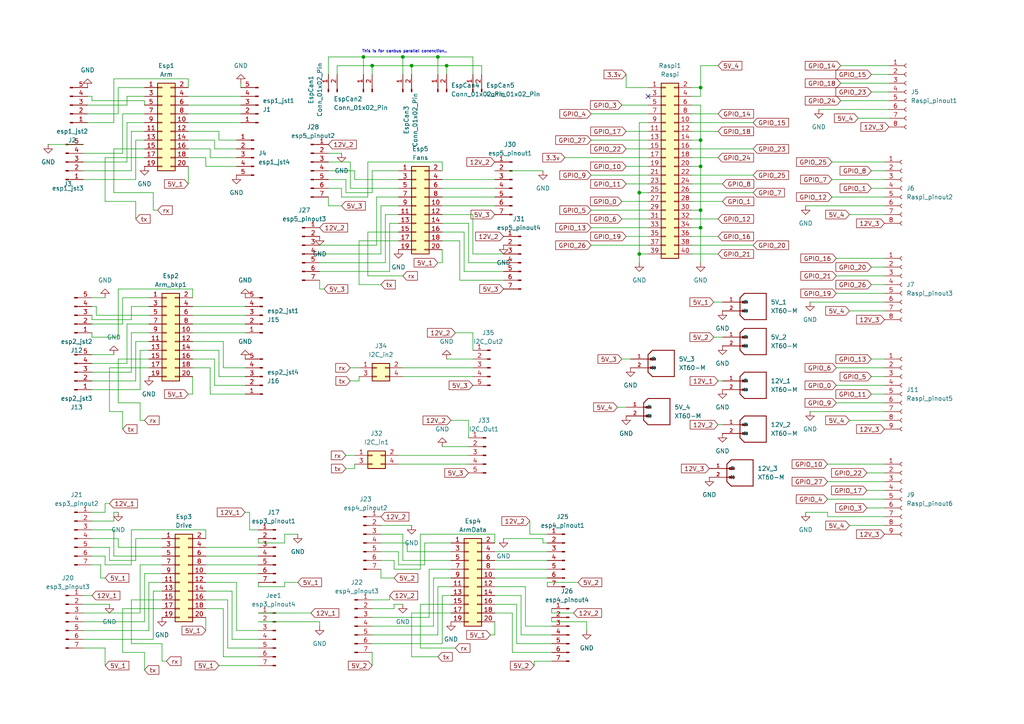
<source format=kicad_sch>
(kicad_sch (version 20231120) (generator "eeschema") (generator_version "8.0")
  (paper "A4")
  (junction (at 107.95 19.05))
  (junction (at 127 16.51))
  (junction (at 203.2 48.26))
  (junction (at 105.41 16.51))
  (junction (at 119.38 19.05))
  (junction (at 203.2 25.4))
  (junction (at 116.84 16.51))
  (junction (at 203.2 60.96))
  (junction (at 185.42 55.88))
  (junction (at 203.2 66.04))
  (junction (at 203.2 40.64))
  (junction (at 129.54 19.05))
  (junction (at 185.42 73.66))
  (no_connect (at 187.96 27.94))
  (wire (pts (xy 39.37 110.49) (xy 26.67 110.49)))
  (wire (pts (xy 63.5 38.1) (xy 54.61 38.1)))
  (wire (pts (xy 26.67 151.13) (xy 33.02 151.13)))
  (wire (pts (xy 38.1 38.1) (xy 38.1 49.53)))
  (wire (pts (xy 248.92 34.29) (xy 257.81 34.29)))
  (wire (pts (xy 68.58 40.64) (xy 63.5 40.64)))
  (wire (pts (xy 243.84 29.21) (xy 257.81 29.21)))
  (wire (pts (xy 200.66 45.72) (xy 208.28 45.72)))
  (wire (pts (xy 106.68 46.99) (xy 106.68 57.15)))
  (wire (pts (xy 100.33 132.08) (xy 102.87 132.08)))
  (wire (pts (xy 130.81 165.1) (xy 124.46 165.1)))
  (wire (pts (xy 135.89 76.2) (xy 146.05 76.2)))
  (wire (pts (xy 171.45 71.12) (xy 187.96 71.12)))
  (wire (pts (xy 74.93 170.18) (xy 82.55 170.18)))
  (wire (pts (xy 95.25 44.45) (xy 99.06 44.45)))
  (wire (pts (xy 35.56 119.38) (xy 35.56 124.46)))
  (wire (pts (xy 30.48 148.59) (xy 30.48 146.05)))
  (wire (pts (xy 104.14 82.55) (xy 104.14 69.85)))
  (wire (pts (xy 242.57 111.76) (xy 256.54 111.76)))
  (wire (pts (xy 34.29 33.02) (xy 25.4 33.02)))
  (wire (pts (xy 95.25 49.53) (xy 102.87 49.53)))
  (wire (pts (xy 40.64 101.6) (xy 43.18 101.6)))
  (wire (pts (xy 38.1 107.95) (xy 38.1 96.52)))
  (wire (pts (xy 54.61 27.94) (xy 69.85 27.94)))
  (wire (pts (xy 72.39 153.67) (xy 74.93 153.67)))
  (wire (pts (xy 68.58 48.26) (xy 59.69 48.26)))
  (wire (pts (xy 63.5 40.64) (xy 63.5 38.1)))
  (wire (pts (xy 241.3 46.99) (xy 256.54 46.99)))
  (wire (pts (xy 54.61 33.02) (xy 69.85 33.02)))
  (wire (pts (xy 36.83 35.56) (xy 41.91 35.56)))
  (wire (pts (xy 95.25 59.69) (xy 99.06 59.69)))
  (wire (pts (xy 107.95 189.23) (xy 107.95 193.04)))
  (wire (pts (xy 38.1 186.69) (xy 46.99 186.69)))
  (wire (pts (xy 43.18 88.9) (xy 38.1 88.9)))
  (wire (pts (xy 116.84 175.26) (xy 114.3 175.26)))
  (wire (pts (xy 207.01 87.63) (xy 209.55 87.63)))
  (wire (pts (xy 41.91 189.23) (xy 41.91 194.31)))
  (wire (pts (xy 180.34 104.14) (xy 182.88 104.14)))
  (wire (pts (xy 133.35 69.85) (xy 133.35 81.28)))
  (wire (pts (xy 27.94 88.9) (xy 26.67 88.9)))
  (wire (pts (xy 243.84 24.13) (xy 257.81 24.13)))
  (wire (pts (xy 41.91 33.02) (xy 35.56 33.02)))
  (wire (pts (xy 200.66 71.12) (xy 218.44 71.12)))
  (wire (pts (xy 128.27 67.31) (xy 134.62 67.31)))
  (wire (pts (xy 154.94 191.77) (xy 160.02 191.77)))
  (wire (pts (xy 55.88 114.3) (xy 54.61 114.3)))
  (wire (pts (xy 26.67 148.59) (xy 30.48 148.59)))
  (wire (pts (xy 200.66 48.26) (xy 203.2 48.26)))
  (wire (pts (xy 185.42 55.88) (xy 185.42 73.66)))
  (wire (pts (xy 208.28 123.19) (xy 209.55 123.19)))
  (wire (pts (xy 13.97 41.91) (xy 24.13 41.91)))
  (wire (pts (xy 29.21 167.64) (xy 30.48 167.64)))
  (wire (pts (xy 26.67 113.03) (xy 40.64 113.03)))
  (wire (pts (xy 33.02 151.13) (xy 33.02 148.59)))
  (wire (pts (xy 67.31 185.42) (xy 74.93 185.42)))
  (wire (pts (xy 55.88 88.9) (xy 71.12 88.9)))
  (wire (pts (xy 35.56 86.36) (xy 35.56 93.98)))
  (wire (pts (xy 134.62 67.31) (xy 134.62 78.74)))
  (wire (pts (xy 69.85 24.13) (xy 69.85 25.4)))
  (wire (pts (xy 104.14 110.49) (xy 104.14 109.22)))
  (wire (pts (xy 252.73 104.14) (xy 256.54 104.14)))
  (wire (pts (xy 34.29 25.4) (xy 34.29 33.02)))
  (wire (pts (xy 66.04 173.99) (xy 66.04 187.96)))
  (wire (pts (xy 104.14 69.85) (xy 115.57 69.85)))
  (wire (pts (xy 181.61 53.34) (xy 187.96 53.34)))
  (wire (pts (xy 54.61 48.26) (xy 54.61 53.34)))
  (wire (pts (xy 30.48 161.29) (xy 26.67 161.29)))
  (wire (pts (xy 33.02 153.67) (xy 33.02 161.29)))
  (wire (pts (xy 107.95 19.05) (xy 119.38 19.05)))
  (wire (pts (xy 152.4 170.18) (xy 143.51 170.18)))
  (wire (pts (xy 63.5 193.04) (xy 74.93 193.04)))
  (wire (pts (xy 185.42 73.66) (xy 187.96 73.66)))
  (wire (pts (xy 119.38 19.05) (xy 129.54 19.05)))
  (wire (pts (xy 92.71 180.34) (xy 92.71 181.61)))
  (wire (pts (xy 100.33 135.89) (xy 102.87 135.89)))
  (wire (pts (xy 44.45 171.45) (xy 46.99 171.45)))
  (wire (pts (xy 54.61 25.4) (xy 54.61 22.86)))
  (wire (pts (xy 200.66 55.88) (xy 218.44 55.88)))
  (wire (pts (xy 200.66 43.18) (xy 218.44 43.18)))
  (wire (pts (xy 101.6 110.49) (xy 104.14 110.49)))
  (wire (pts (xy 54.61 35.56) (xy 69.85 35.56)))
  (wire (pts (xy 92.71 78.74) (xy 113.03 78.74)))
  (wire (pts (xy 113.03 78.74) (xy 113.03 64.77)))
  (wire (pts (xy 153.67 154.94) (xy 158.75 154.94)))
  (wire (pts (xy 151.13 184.15) (xy 160.02 184.15)))
  (wire (pts (xy 240.03 148.59) (xy 240.03 149.86)))
  (wire (pts (xy 55.88 96.52) (xy 71.12 96.52)))
  (wire (pts (xy 128.27 54.61) (xy 143.51 54.61)))
  (wire (pts (xy 97.79 21.59) (xy 97.79 19.05)))
  (wire (pts (xy 115.57 160.02) (xy 110.49 160.02)))
  (wire (pts (xy 137.16 16.51) (xy 127 16.51)))
  (wire (pts (xy 115.57 67.31) (xy 106.68 67.31)))
  (wire (pts (xy 119.38 152.4) (xy 110.49 152.4)))
  (wire (pts (xy 33.02 22.86) (xy 33.02 35.56)))
  (wire (pts (xy 118.11 157.48) (xy 118.11 160.02)))
  (wire (pts (xy 100.33 55.88) (xy 100.33 52.07)))
  (wire (pts (xy 24.13 175.26) (xy 31.75 175.26)))
  (wire (pts (xy 251.46 142.24) (xy 256.54 142.24)))
  (wire (pts (xy 128.27 52.07) (xy 143.51 52.07)))
  (wire (pts (xy 157.48 156.21) (xy 157.48 157.48)))
  (wire (pts (xy 102.87 49.53) (xy 102.87 52.07)))
  (wire (pts (xy 137.16 16.51) (xy 137.16 21.59)))
  (wire (pts (xy 157.48 157.48) (xy 158.75 157.48)))
  (wire (pts (xy 33.02 35.56) (xy 25.4 35.56)))
  (wire (pts (xy 130.81 170.18) (xy 127 170.18)))
  (wire (pts (xy 185.42 55.88) (xy 187.96 55.88)))
  (wire (pts (xy 200.66 50.8) (xy 218.44 50.8)))
  (wire (pts (xy 62.23 104.14) (xy 62.23 111.76)))
  (wire (pts (xy 139.7 19.05) (xy 139.7 21.59)))
  (wire (pts (xy 242.57 80.01) (xy 256.54 80.01)))
  (wire (pts (xy 41.91 166.37) (xy 46.99 166.37)))
  (wire (pts (xy 30.48 161.29) (xy 30.48 163.83)))
  (wire (pts (xy 143.51 184.15) (xy 142.24 184.15)))
  (wire (pts (xy 97.79 19.05) (xy 107.95 19.05)))
  (wire (pts (xy 59.69 158.75) (xy 74.93 158.75)))
  (wire (pts (xy 125.73 167.64) (xy 130.81 167.64)))
  (wire (pts (xy 130.81 157.48) (xy 123.19 157.48)))
  (wire (pts (xy 60.96 114.3) (xy 71.12 114.3)))
  (wire (pts (xy 133.35 81.28) (xy 146.05 81.28)))
  (wire (pts (xy 107.95 49.53) (xy 107.95 55.88)))
  (wire (pts (xy 44.45 60.96) (xy 45.72 60.96)))
  (wire (pts (xy 129.54 19.05) (xy 139.7 19.05)))
  (wire (pts (xy 143.51 172.72) (xy 151.13 172.72)))
  (wire (pts (xy 99.06 54.61) (xy 99.06 57.15)))
  (wire (pts (xy 36.83 105.41) (xy 26.67 105.41)))
  (wire (pts (xy 143.51 167.64) (xy 158.75 167.64)))
  (wire (pts (xy 252.73 82.55) (xy 256.54 82.55)))
  (wire (pts (xy 170.18 180.34) (xy 160.02 180.34)))
  (wire (pts (xy 46.99 173.99) (xy 38.1 173.99)))
  (wire (pts (xy 200.66 66.04) (xy 203.2 66.04)))
  (wire (pts (xy 55.88 83.82) (xy 34.29 83.82)))
  (wire (pts (xy 134.62 78.74) (xy 146.05 78.74)))
  (wire (pts (xy 160.02 176.53) (xy 160.02 177.8)))
  (wire (pts (xy 146.05 73.66) (xy 137.16 73.66)))
  (wire (pts (xy 252.73 109.22) (xy 256.54 109.22)))
  (wire (pts (xy 40.64 177.8) (xy 24.13 177.8)))
  (wire (pts (xy 95.25 57.15) (xy 95.25 59.69)))
  (wire (pts (xy 123.19 163.83) (xy 115.57 163.83)))
  (wire (pts (xy 26.67 107.95) (xy 38.1 107.95)))
  (wire (pts (xy 82.55 170.18) (xy 82.55 168.91)))
  (wire (pts (xy 163.83 45.72) (xy 187.96 45.72)))
  (wire (pts (xy 101.6 106.68) (xy 104.14 106.68)))
  (wire (pts (xy 121.92 187.96) (xy 132.08 187.96)))
  (wire (pts (xy 246.38 121.92) (xy 256.54 121.92)))
  (wire (pts (xy 35.56 189.23) (xy 41.91 189.23)))
  (wire (pts (xy 30.48 146.05) (xy 31.75 146.05)))
  (wire (pts (xy 151.13 172.72) (xy 151.13 184.15)))
  (wire (pts (xy 24.13 52.07) (xy 39.37 52.07)))
  (wire (pts (xy 40.64 163.83) (xy 40.64 177.8)))
  (wire (pts (xy 59.69 161.29) (xy 74.93 161.29)))
  (wire (pts (xy 146.05 156.21) (xy 157.48 156.21)))
  (wire (pts (xy 129.54 19.05) (xy 129.54 21.59)))
  (wire (pts (xy 43.18 91.44) (xy 27.94 91.44)))
  (wire (pts (xy 113.03 64.77) (xy 115.57 64.77)))
  (wire (pts (xy 54.61 22.86) (xy 33.02 22.86)))
  (wire (pts (xy 62.23 43.18) (xy 62.23 40.64)))
  (wire (pts (xy 143.51 165.1) (xy 158.75 165.1)))
  (wire (pts (xy 43.18 86.36) (xy 35.56 86.36)))
  (wire (pts (xy 67.31 171.45) (xy 67.31 185.42)))
  (wire (pts (xy 251.46 137.16) (xy 256.54 137.16)))
  (wire (pts (xy 82.55 154.94) (xy 86.36 154.94)))
  (wire (pts (xy 171.45 40.64) (xy 187.96 40.64)))
  (wire (pts (xy 100.33 52.07) (xy 95.25 52.07)))
  (wire (pts (xy 105.41 16.51) (xy 116.84 16.51)))
  (wire (pts (xy 38.1 96.52) (xy 43.18 96.52)))
  (wire (pts (xy 54.61 30.48) (xy 69.85 30.48)))
  (wire (pts (xy 33.02 153.67) (xy 26.67 153.67)))
  (wire (pts (xy 116.84 16.51) (xy 127 16.51)))
  (wire (pts (xy 74.93 156.21) (xy 74.93 157.48)))
  (wire (pts (xy 185.42 35.56) (xy 185.42 55.88)))
  (wire (pts (xy 36.83 46.99) (xy 36.83 35.56)))
  (wire (pts (xy 46.99 163.83) (xy 40.64 163.83)))
  (wire (pts (xy 26.67 163.83) (xy 29.21 163.83)))
  (wire (pts (xy 116.84 16.51) (xy 116.84 21.59)))
  (wire (pts (xy 160.02 181.61) (xy 152.4 181.61)))
  (wire (pts (xy 203.2 60.96) (xy 203.2 48.26)))
  (wire (pts (xy 180.34 58.42) (xy 187.96 58.42)))
  (wire (pts (xy 240.03 144.78) (xy 256.54 144.78)))
  (wire (pts (xy 74.93 182.88) (xy 68.58 182.88)))
  (wire (pts (xy 121.92 175.26) (xy 121.92 187.96)))
  (wire (pts (xy 242.57 106.68) (xy 256.54 106.68)))
  (wire (pts (xy 30.48 58.42) (xy 30.48 45.72)))
  (wire (pts (xy 200.66 35.56) (xy 218.44 35.56)))
  (wire (pts (xy 158.75 168.91) (xy 167.64 168.91)))
  (wire (pts (xy 200.66 33.02) (xy 208.28 33.02)))
  (wire (pts (xy 46.99 156.21) (xy 39.37 156.21)))
  (wire (pts (xy 148.59 177.8) (xy 148.59 189.23)))
  (wire (pts (xy 179.07 118.11) (xy 181.61 118.11)))
  (wire (pts (xy 200.66 73.66) (xy 208.28 73.66)))
  (wire (pts (xy 200.66 53.34) (xy 209.55 53.34)))
  (wire (pts (xy 143.51 177.8) (xy 148.59 177.8)))
  (wire (pts (xy 128.27 172.72) (xy 130.81 172.72)))
  (wire (pts (xy 39.37 162.56) (xy 31.75 162.56)))
  (wire (pts (xy 121.92 165.1) (xy 114.3 165.1)))
  (wire (pts (xy 26.67 102.87) (xy 33.02 102.87)))
  (wire (pts (xy 24.13 185.42) (xy 44.45 185.42)))
  (wire (pts (xy 119.38 177.8) (xy 130.81 177.8)))
  (wire (pts (xy 187.96 38.1) (xy 181.61 38.1)))
  (wire (pts (xy 181.61 25.4) (xy 187.96 25.4)))
  (wire (pts (xy 41.91 43.18) (xy 33.02 43.18)))
  (wire (pts (xy 252.73 54.61) (xy 256.54 54.61)))
  (wire (pts (xy 128.27 69.85) (xy 133.35 69.85)))
  (wire (pts (xy 203.2 25.4) (xy 203.2 27.94)))
  (wire (pts (xy 59.69 45.72) (xy 59.69 48.26)))
  (wire (pts (xy 33.02 148.59) (xy 34.29 148.59)))
  (wire (pts (xy 105.41 16.51) (xy 105.41 21.59)))
  (wire (pts (xy 110.49 59.69) (xy 115.57 59.69)))
  (wire (pts (xy 149.86 175.26) (xy 149.86 186.69)))
  (wire (pts (xy 252.73 26.67) (xy 257.81 26.67)))
  (wire (pts (xy 46.99 186.69) (xy 46.99 191.77)))
  (wire (pts (xy 171.45 60.96) (xy 187.96 60.96)))
  (wire (pts (xy 41.91 25.4) (xy 34.29 25.4)))
  (wire (pts (xy 200.66 40.64) (xy 203.2 40.64)))
  (wire (pts (xy 242.57 85.09) (xy 256.54 85.09)))
  (wire (pts (xy 110.49 157.48) (xy 118.11 157.48)))
  (wire (pts (xy 118.11 160.02) (xy 130.81 160.02)))
  (wire (pts (xy 207.01 97.79) (xy 209.55 97.79)))
  (wire (pts (xy 152.4 181.61) (xy 152.4 170.18)))
  (wire (pts (xy 127 184.15) (xy 107.95 184.15)))
  (wire (pts (xy 115.57 62.23) (xy 111.76 62.23)))
  (wire (pts (xy 109.22 57.15) (xy 109.22 71.12)))
  (wire (pts (xy 106.68 57.15) (xy 99.06 57.15)))
  (wire (pts (xy 101.6 46.99) (xy 101.6 54.61)))
  (wire (pts (xy 124.46 179.07) (xy 107.95 179.07)))
  (wire (pts (xy 92.71 83.82) (xy 93.98 83.82)))
  (wire (pts (xy 71.12 148.59) (xy 72.39 148.59)))
  (wire (pts (xy 39.37 40.64) (xy 41.91 40.64)))
  (wire (pts (xy 36.83 93.98) (xy 36.83 105.41)))
  (wire (pts (xy 110.49 165.1) (xy 110.49 167.64)))
  (wire (pts (xy 26.67 156.21) (xy 34.29 156.21)))
  (wire (pts (xy 44.45 185.42) (xy 44.45 171.45)))
  (wire (pts (xy 107.95 55.88) (xy 100.33 55.88)))
  (wire (pts (xy 208.28 19.05) (xy 203.2 19.05)))
  (wire (pts (xy 30.48 45.72) (xy 41.91 45.72)))
  (wire (pts (xy 242.57 116.84) (xy 256.54 116.84)))
  (wire (pts (xy 143.51 154.94) (xy 121.92 154.94)))
  (wire (pts (xy 135.89 64.77) (xy 135.89 76.2)))
  (wire (pts (xy 43.18 93.98) (xy 36.83 93.98)))
  (wire (pts (xy 115.57 132.08) (xy 135.89 132.08)))
  (wire (pts (xy 72.39 148.59) (xy 72.39 153.67)))
  (wire (pts (xy 99.06 54.61) (xy 95.25 54.61)))
  (wire (pts (xy 109.22 71.12) (xy 92.71 71.12)))
  (wire (pts (xy 115.57 134.62) (xy 135.89 134.62)))
  (wire (pts (xy 113.03 173.99) (xy 113.03 172.72)))
  (wire (pts (xy 34.29 156.21) (xy 34.29 158.75)))
  (wire (pts (xy 31.75 162.56) (xy 31.75 158.75)))
  (wire (pts (xy 143.51 180.34) (xy 143.51 184.15)))
  (wire (pts (xy 54.61 43.18) (xy 60.96 43.18)))
  (wire (pts (xy 241.3 57.15) (xy 256.54 57.15)))
  (wire (pts (xy 181.61 43.18) (xy 187.96 43.18)))
  (wire (pts (xy 143.51 157.48) (xy 143.51 154.94)))
  (wire (pts (xy 59.69 163.83) (xy 74.93 163.83)))
  (wire (pts (xy 237.49 31.75) (xy 257.81 31.75)))
  (wire (pts (xy 200.66 58.42) (xy 209.55 58.42)))
  (wire (pts (xy 181.61 21.59) (xy 181.61 25.4)))
  (wire (pts (xy 35.56 176.53) (xy 46.99 176.53)))
  (wire (pts (xy 158.75 170.18) (xy 158.75 168.91)))
  (wire (pts (xy 114.3 162.56) (xy 114.3 165.1)))
  (wire (pts (xy 233.68 59.69) (xy 256.54 59.69)))
  (wire (pts (xy 160.02 180.34) (xy 160.02 179.07)))
  (wire (pts (xy 111.76 62.23) (xy 111.76 76.2)))
  (wire (pts (xy 200.66 63.5) (xy 208.28 63.5)))
  (wire (pts (xy 143.51 160.02) (xy 158.75 160.02)))
  (wire (pts (xy 127 16.51) (xy 127 21.59)))
  (wire (pts (xy 137.16 96.52) (xy 137.16 101.6)))
  (wire (pts (xy 200.66 68.58) (xy 208.28 68.58)))
  (wire (pts (xy 128.27 46.99) (xy 106.68 46.99)))
  (wire (pts (xy 54.61 45.72) (xy 59.69 45.72)))
  (wire (pts (xy 128.27 64.77) (xy 135.89 64.77)))
  (wire (pts (xy 203.2 48.26) (xy 203.2 40.64)))
  (wire (pts (xy 26.67 86.36) (xy 30.48 86.36)))
  (wire (pts (xy 43.18 182.88) (xy 24.13 182.88)))
  (wire (pts (xy 110.49 167.64) (xy 114.3 167.64)))
  (wire (pts (xy 115.57 49.53) (xy 107.95 49.53)))
  (wire (pts (xy 34.29 158.75) (xy 46.99 158.75)))
  (wire (pts (xy 102.87 135.89) (xy 102.87 134.62)))
  (wire (pts (xy 203.2 30.48) (xy 203.2 40.64)))
  (wire (pts (xy 46.99 191.77) (xy 48.26 191.77)))
  (wire (pts (xy 107.95 181.61) (xy 125.73 181.61)))
  (wire (pts (xy 130.81 121.92) (xy 135.89 121.92)))
  (wire (pts (xy 64.77 176.53) (xy 64.77 190.5)))
  (wire (pts (xy 115.57 54.61) (xy 101.6 54.61)))
  (wire (pts (xy 39.37 156.21) (xy 39.37 162.56)))
  (wire (pts (xy 26.67 29.21) (xy 26.67 27.94)))
  (wire (pts (xy 187.96 35.56) (xy 185.42 35.56)))
  (wire (pts (xy 38.1 49.53) (xy 24.13 49.53)))
  (wire (pts (xy 55.88 91.44) (xy 71.12 91.44)))
  (wire (pts (xy 30.48 58.42) (xy 39.37 58.42)))
  (wire (pts (xy 38.1 88.9) (xy 38.1 92.71)))
  (wire (pts (xy 68.58 182.88) (xy 68.58 168.91)))
  (wire (pts (xy 111.76 76.2) (xy 92.71 76.2)))
  (wire (pts (xy 46.99 168.91) (xy 43.18 168.91)))
  (wire (pts (xy 41.91 27.94) (xy 36.83 27.94)))
  (wire (pts (xy 200.66 25.4) (xy 203.2 25.4)))
  (wire (pts (xy 125.73 181.61) (xy 125.73 167.64)))
  (wire (pts (xy 128.27 49.53) (xy 128.27 46.99)))
  (wire (pts (xy 128.27 186.69) (xy 128.27 172.72)))
  (wire (pts (xy 123.19 157.48) (xy 123.19 163.83)))
  (wire (pts (xy 180.34 30.48) (xy 187.96 30.48)))
  (wire (pts (xy 41.91 180.34) (xy 41.91 166.37)))
  (wire (pts (xy 132.08 96.52) (xy 137.16 96.52)))
  (wire (pts (xy 240.03 134.62) (xy 256.54 134.62)))
  (wire (pts (xy 200.66 30.48) (xy 203.2 30.48)))
  (wire (pts (xy 60.96 106.68) (xy 60.96 114.3)))
  (wire (pts (xy 181.61 48.26) (xy 187.96 48.26)))
  (wire (pts (xy 55.88 109.22) (xy 55.88 114.3)))
  (wire (pts (xy 35.56 44.45) (xy 24.13 44.45)))
  (wire (pts (xy 54.61 40.64) (xy 62.23 40.64)))
  (wire (pts (xy 66.04 187.96) (xy 74.93 187.96)))
  (wire (pts (xy 143.51 162.56) (xy 158.75 162.56)))
  (wire (pts (xy 41.91 29.21) (xy 41.91 30.48)))
  (wire (pts (xy 128.27 72.39) (xy 128.27 76.2)))
  (wire (pts (xy 181.61 68.58) (xy 187.96 68.58)))
  (wire (pts (xy 26.67 92.71) (xy 26.67 91.44)))
  (wire (pts (xy 24.13 187.96) (xy 30.48 187.96)))
  (wire (pts (xy 171.45 50.8) (xy 187.96 50.8)))
  (wire (pts (xy 135.89 121.92) (xy 135.89 127)))
  (wire (pts (xy 64.77 99.06) (xy 55.88 99.06)))
  (wire (pts (xy 246.38 62.23) (xy 256.54 62.23)))
  (wire (pts (xy 114.3 176.53) (xy 107.95 176.53)))
  (wire (pts (xy 171.45 66.04) (xy 187.96 66.04)))
  (wire (pts (xy 116.84 109.22) (xy 137.16 109.22)))
  (wire (pts (xy 34.29 104.14) (xy 34.29 116.84)))
  (wire (pts (xy 115.57 57.15) (xy 109.22 57.15)))
  (wire (pts (xy 43.18 168.91) (xy 43.18 182.88)))
  (wire (pts (xy 252.73 77.47) (xy 256.54 77.47)))
  (wire (pts (xy 203.2 66.04) (xy 203.2 76.2)))
  (wire (pts (xy 252.73 21.59) (xy 257.81 21.59)))
  (wire (pts (xy 119.38 190.5) (xy 119.38 177.8)))
  (wire (pts (xy 41.91 38.1) (xy 38.1 38.1)))
  (wire (pts (xy 34.29 83.82) (xy 34.29 97.79)))
  (wire (pts (xy 160.02 177.8) (xy 166.37 177.8)))
  (wire (pts (xy 130.81 162.56) (xy 116.84 162.56)))
  (wire (pts (xy 31.75 119.38) (xy 35.56 119.38)))
  (wire (pts (xy 104.14 82.55) (xy 110.49 82.55)))
  (wire (pts (xy 40.64 121.92) (xy 41.91 121.92)))
  (wire (pts (xy 26.67 97.79) (xy 26.67 96.52)))
  (wire (pts (xy 38.1 163.83) (xy 30.48 163.83)))
  (wire (pts (xy 39.37 52.07) (xy 39.37 40.64)))
  (wire (pts (xy 95.25 21.59) (xy 95.25 16.51)))
  (wire (pts (xy 115.57 163.83) (xy 115.57 160.02)))
  (wire (pts (xy 26.67 27.94) (xy 25.4 27.94)))
  (wire (pts (xy 116.84 106.68) (xy 137.16 106.68)))
  (wire (pts (xy 92.71 81.28) (xy 92.71 83.82)))
  (wire (pts (xy 68.58 43.18) (xy 62.23 43.18)))
  (wire (pts (xy 63.5 109.22) (xy 71.12 109.22)))
  (wire (pts (xy 106.68 80.01) (xy 116.84 80.01)))
  (wire (pts (xy 92.71 73.66) (xy 110.49 73.66)))
  (wire (pts (xy 153.67 151.13) (xy 153.67 154.94)))
  (wire (pts (xy 82.55 157.48) (xy 82.55 154.94)))
  (wire (pts (xy 31.75 119.38) (xy 31.75 106.68)))
  (wire (pts (xy 74.93 180.34) (xy 92.71 180.34)))
  (wire (pts (xy 55.88 86.36) (xy 55.88 83.82)))
  (wire (pts (xy 119.38 190.5) (xy 127 190.5)))
  (wire (pts (xy 137.16 73.66) (xy 137.16 62.23)))
  (wire (pts (xy 107.95 186.69) (xy 128.27 186.69)))
  (wire (pts (xy 128.27 57.15) (xy 143.51 57.15)))
  (wire (pts (xy 74.93 157.48) (xy 82.55 157.48)))
  (wire (pts (xy 148.59 189.23) (xy 160.02 189.23)))
  (wire (pts (xy 128.27 76.2) (xy 127 76.2)))
  (wire (pts (xy 149.86 186.69) (xy 160.02 186.69)))
  (wire (pts (xy 95.25 16.51) (xy 105.41 16.51)))
  (wire (pts (xy 44.45 55.88) (xy 44.45 60.96)))
  (wire (pts (xy 68.58 45.72) (xy 60.96 45.72)))
  (wire (pts (xy 41.91 29.21) (xy 26.67 29.21)))
  (wire (pts (xy 171.45 33.02) (xy 187.96 33.02)))
  (wire (pts (xy 59.69 153.67) (xy 38.1 153.67)))
  (wire (pts (xy 39.37 58.42) (xy 39.37 63.5)))
  (wire (pts (xy 233.68 148.59) (xy 240.03 148.59)))
  (wire (pts (xy 110.49 73.66) (xy 110.49 59.69)))
  (wire (pts (xy 106.68 67.31) (xy 106.68 80.01)))
  (wire (pts (xy 27.94 91.44) (xy 27.94 88.9)))
  (wire (pts (xy 154.94 193.04) (xy 154.94 191.77)))
  (wire (pts (xy 234.95 87.63) (xy 256.54 87.63)))
  (wire (pts (xy 185.42 73.66) (xy 185.42 76.2)))
  (wire (pts (xy 101.6 46.99) (xy 95.25 46.99)))
  (wire (pts (xy 241.3 52.07) (xy 256.54 52.07)))
  (wire (pts (xy 59.69 173.99) (xy 66.04 173.99)))
  (wire (pts (xy 64.77 106.68) (xy 64.77 99.06)))
  (wire (pts (xy 63.5 101.6) (xy 63.5 109.22)))
  (wire (pts (xy 234.95 119.38) (xy 256.54 119.38)))
  (wire (pts (xy 128.27 129.54) (xy 135.89 129.54)))
  (wire (pts (xy 252.73 49.53) (xy 256.54 49.53)))
  (wire (pts (xy 55.88 106.68) (xy 60.96 106.68)))
  (wire (pts (xy 34.29 116.84) (xy 40.64 116.84)))
  (wire (pts (xy 102.87 52.07) (xy 115.57 52.07)))
  (wire (pts (xy 40.64 116.84) (xy 40.64 121.92)))
  (wire (pts (xy 130.81 175.26) (xy 121.92 175.26)))
  (wire (pts (xy 180.34 63.5) (xy 187.96 63.5)))
  (wire (pts (xy 59.69 176.53) (xy 64.77 176.53)))
  (wire (pts (xy 243.84 19.05) (xy 257.81 19.05)))
  (wire (pts (xy 39.37 99.06) (xy 39.37 110.49)))
  (wire (pts (xy 74.93 177.8) (xy 90.17 177.8)))
  (wire (pts (xy 33.02 43.18) (xy 33.02 55.88)))
  (wire (pts (xy 116.84 154.94) (xy 116.84 162.56)))
  (wire (pts (xy 59.69 179.07) (xy 59.69 182.88)))
  (wire (pts (xy 24.13 180.34) (xy 41.91 180.34)))
  (wire (pts (xy 143.51 175.26) (xy 149.86 175.26)))
  (wire (pts (xy 82.55 168.91) (xy 86.36 168.91)))
  (wire (pts (xy 157.48 49.53) (xy 143.51 49.53)))
  (wire (pts (xy 128.27 59.69) (xy 143.51 59.69)))
  (wire (pts (xy 29.21 163.83) (xy 29.21 167.64)))
  (wire (pts (xy 35.56 93.98) (xy 26.67 93.98)))
  (wire (pts (xy 200.66 60.96) (xy 203.2 60.96)))
  (wire (pts (xy 43.18 104.14) (xy 34.29 104.14)))
  (wire (pts (xy 59.69 156.21) (xy 59.69 153.67)))
  (wire (pts (xy 59.69 166.37) (xy 74.93 166.37)))
  (wire (pts (xy 60.96 45.72) (xy 60.96 43.18)))
  (wire (pts (xy 203.2 19.05) (xy 203.2 25.4)))
  (wire (pts (xy 114.3 162.56) (xy 110.49 162.56)))
  (wire (pts (xy 33.02 55.88) (xy 44.45 55.88)))
  (wire (pts (xy 116.84 154.94) (xy 110.49 154.94)))
  (wire (pts (xy 35.56 33.02) (xy 35.56 44.45)))
  (wire (pts (xy 38.1 92.71) (xy 26.67 92.71)))
  (wire (pts (xy 127 170.18) (xy 127 184.15)))
  (wire (pts (xy 251.46 147.32) (xy 256.54 147.32)))
  (wire (pts (xy 129.54 104.14) (xy 137.16 104.14)))
  (wire (pts (xy 55.88 93.98) (xy 71.12 93.98)))
  (wire (pts (xy 246.38 90.17) (xy 256.54 90.17)))
  (wire (pts (xy 107.95 19.05) (xy 107.95 21.59)))
  (wire (pts (xy 62.23 111.76) (xy 71.12 111.76)))
  (wire (pts (xy 55.88 104.14) (xy 62.23 104.14)))
  (wire (pts (xy 24.13 46.99) (xy 36.83 46.99)))
  (wire (pts (xy 200.66 38.1) (xy 208.28 38.1)))
  (wire (pts (xy 38.1 173.99) (xy 38.1 186.69)))
  (wire (pts (xy 40.64 113.03) (xy 40.64 101.6)))
  (wire (pts (xy 43.18 99.06) (xy 39.37 99.06)))
  (wire (pts (xy 208.28 110.49) (xy 209.55 110.49)))
  (wire (pts (xy 252.73 114.3) (xy 256.54 114.3)))
  (wire (pts (xy 114.3 175.26) (xy 114.3 176.53)))
  (wire (pts (xy 137.16 62.23) (xy 128.27 62.23)))
  (wire (pts (xy 124.46 165.1) (xy 124.46 179.07)))
  (wire (pts (xy 46.99 161.29) (xy 33.02 161.29)))
  (wire (pts (xy 36.83 27.94) (xy 36.83 30.48)))
  (wire (pts (xy 36.83 30.48) (xy 25.4 30.48)))
  (wire (pts (xy 59.69 171.45) (xy 67.31 171.45)))
  (wire (pts (xy 119.38 19.05) (xy 119.38 21.59)))
  (wire (pts (xy 55.88 101.6) (xy 63.5 101.6)))
  (wire (pts (xy 240.03 149.86) (xy 256.54 149.86)))
  (wire (pts (xy 68.58 168.91) (xy 59.69 168.91)))
  (wire (pts (xy 24.13 172.72) (xy 26.67 172.72)))
  (wire (pts (xy 203.2 66.04) (xy 203.2 60.96)))
  (wire (pts (xy 240.03 139.7) (xy 256.54 139.7)))
  (wire (pts (xy 246.38 152.4) (xy 256.54 152.4)))
  (wire (pts (xy 107.95 173.99) (xy 113.03 173.99)))
  (wire (pts (xy 170.18 182.88) (xy 170.18 180.34)))
  (wire (pts (xy 38.1 153.67) (xy 38.1 163.83)))
  (wire (pts (xy 31.75 158.75) (xy 26.67 158.75)))
  (wire (pts (xy 121.92 154.94) (xy 121.92 165.1)))
  (wire (pts (xy 35.56 189.23) (xy 35.56 176.53)))
  (wire (pts (xy 71.12 106.68) (xy 64.77 106.68)))
  (wire (pts (xy 203.2 27.94) (xy 200.66 27.94)))
  (wire (pts (xy 30.48 187.96) (xy 30.48 193.04)))
  (wire (pts (xy 34.29 97.79) (xy 26.67 97.79)))
  (wire (pts (xy 74.93 168.91) (xy 74.93 170.18)))
  (wire (pts (xy 31.75 106.68) (xy 43.18 106.68)))
  (wire (pts (xy 64.77 190.5) (xy 74.93 190.5)))
  (wire (pts (xy 242.57 74.93) (xy 256.54 74.93)))
  (text "This is for canbus parallel conenction.." (at 117.348 14.986 0) (effects (font (size 0.8128 0.8128))))
  (global_label "GPIO_11" (shape input) (at 181.61 53.34 180) (property "Intersheetrefs" "${INTERSHEET_REFS}" (effects (hide yes))))
  (global_label "5V_1" (shape input) (at 54.61 114.3 180) (property "Intersheetrefs" "${INTERSHEET_REFS}" (effects (hide yes))))
  (global_label "12V_3" (shape input) (at 256.54 124.46 180) (property "Intersheetrefs" "${INTERSHEET_REFS}" (effects (hide yes))))
  (global_label "GPIO_17" (shape input) (at 251.46 142.24 180) (property "Intersheetrefs" "${INTERSHEET_REFS}" (effects (hide yes))))
  (global_label "5V_3" (shape input) (at 137.16 111.76 180) (property "Intersheetrefs" "${INTERSHEET_REFS}" (effects (hide yes))))
  (global_label "GPIO_25" (shape input) (at 241.3 46.99 180) (property "Intersheetrefs" "${INTERSHEET_REFS}" (effects (hide yes))))
  (global_label "5V_2" (shape input) (at 154.94 193.04 180) (property "Intersheetrefs" "${INTERSHEET_REFS}" (effects (hide yes))))
  (global_label "GPIO_7" (shape input) (at 218.44 55.88 0) (property "Intersheetrefs" "${INTERSHEET_REFS}" (effects (hide yes))))
  (global_label "GPIO_16" (shape input) (at 242.57 74.93 180) (property "Intersheetrefs" "${INTERSHEET_REFS}" (effects (hide yes))))
  (global_label "GPIO_27" (shape input) (at 240.03 139.7 180) (property "Intersheetrefs" "${INTERSHEET_REFS}" (effects (hide yes))))
  (global_label "GPIO_14" (shape input) (at 243.84 19.05 180) (property "Intersheetrefs" "${INTERSHEET_REFS}" (effects (hide yes))))
  (global_label "tx" (shape input) (at 39.37 63.5 0) (property "Intersheetrefs" "${INTERSHEET_REFS}" (effects (hide yes))))
  (global_label "12V_2" (shape input) (at 132.08 96.52 180) (property "Intersheetrefs" "${INTERSHEET_REFS}" (effects (hide yes))))
  (global_label "GPIO_21" (shape input) (at 242.57 80.01 180) (property "Intersheetrefs" "${INTERSHEET_REFS}" (effects (hide yes))))
  (global_label "5V_4" (shape input) (at 246.38 121.92 180) (property "Intersheetrefs" "${INTERSHEET_REFS}" (effects (hide yes))))
  (global_label "GPIO_20" (shape input) (at 252.73 77.47 180) (property "Intersheetrefs" "${INTERSHEET_REFS}" (effects (hide yes))))
  (global_label "12V_3" (shape input) (at 256.54 64.77 180) (property "Intersheetrefs" "${INTERSHEET_REFS}" (effects (hide yes))))
  (global_label "GPIO_18" (shape input) (at 208.28 38.1 0) (property "Intersheetrefs" "${INTERSHEET_REFS}" (effects (hide yes))))
  (global_label "3.3v" (shape input) (at 181.61 21.59 180) (property "Intersheetrefs" "${INTERSHEET_REFS}" (effects (hide yes))))
  (global_label "12V_1" (shape input) (at 26.67 172.72 0) (property "Intersheetrefs" "${INTERSHEET_REFS}" (effects (hide yes))))
  (global_label "tx" (shape input) (at 35.56 124.46 0) (property "Intersheetrefs" "${INTERSHEET_REFS}" (effects (hide yes))))
  (global_label "5V_2" (shape input) (at 207.01 97.79 180) (property "Intersheetrefs" "${INTERSHEET_REFS}" (effects (hide yes))))
  (global_label "GPIO_18" (shape input) (at 243.84 24.13 180) (property "Intersheetrefs" "${INTERSHEET_REFS}" (effects (hide yes))))
  (global_label "GPIO_6" (shape input) (at 180.34 63.5 180) (property "Intersheetrefs" "${INTERSHEET_REFS}" (effects (hide yes))))
  (global_label "GPIO_1" (shape input) (at 209.55 58.42 0) (property "Intersheetrefs" "${INTERSHEET_REFS}" (effects (hide yes))))
  (global_label "12V_2" (shape input) (at 110.49 149.86 0) (property "Intersheetrefs" "${INTERSHEET_REFS}" (effects (hide yes))))
  (global_label "5V_3" (shape input) (at 146.05 83.82 180) (property "Intersheetrefs" "${INTERSHEET_REFS}" (effects (hide yes))))
  (global_label "tx" (shape input) (at 100.33 135.89 180) (property "Intersheetrefs" "${INTERSHEET_REFS}" (effects (hide yes))))
  (global_label "12V_1" (shape input) (at 71.12 148.59 180) (property "Intersheetrefs" "${INTERSHEET_REFS}" (effects (hide yes))))
  (global_label "12V_2" (shape input) (at 166.37 177.8 0) (property "Intersheetrefs" "${INTERSHEET_REFS}" (effects (hide yes))))
  (global_label "GPIO_1" (shape input) (at 252.73 54.61 180) (property "Intersheetrefs" "${INTERSHEET_REFS}" (effects (hide yes))))
  (global_label "5V_1" (shape input) (at 59.69 182.88 180) (property "Intersheetrefs" "${INTERSHEET_REFS}" (effects (hide yes))))
  (global_label "rx" (shape input) (at 41.91 121.92 0) (property "Intersheetrefs" "${INTERSHEET_REFS}" (effects (hide yes))))
  (global_label "GPIO_5" (shape input) (at 171.45 60.96 180) (property "Intersheetrefs" "${INTERSHEET_REFS}" (effects (hide yes))))
  (global_label "12V_3" (shape input) (at 256.54 92.71 180) (property "Intersheetrefs" "${INTERSHEET_REFS}" (effects (hide yes))))
  (global_label "12V_1" (shape input) (at 208.28 110.49 180) (property "Intersheetrefs" "${INTERSHEET_REFS}" (effects (hide yes))))
  (global_label "12V_2" (shape input) (at 143.51 46.99 180) (property "Intersheetrefs" "${INTERSHEET_REFS}" (effects (hide yes))))
  (global_label "GPIO_12" (shape input) (at 208.28 63.5 0) (property "Intersheetrefs" "${INTERSHEET_REFS}" (effects (hide yes))))
  (global_label "12V_2" (shape input) (at 130.81 121.92 180) (property "Intersheetrefs" "${INTERSHEET_REFS}" (effects (hide yes))))
  (global_label "GPIO_20" (shape input) (at 218.44 71.12 0) (property "Intersheetrefs" "${INTERSHEET_REFS}" (effects (hide yes))))
  (global_label "GPIO_4" (shape input) (at 171.45 33.02 180) (property "Intersheetrefs" "${INTERSHEET_REFS}" (effects (hide yes))))
  (global_label "GPIO_23" (shape input) (at 252.73 26.67 180) (property "Intersheetrefs" "${INTERSHEET_REFS}" (effects (hide yes))))
  (global_label "12V_3" (shape input) (at 256.54 154.94 180) (property "Intersheetrefs" "${INTERSHEET_REFS}" (effects (hide yes))))
  (global_label "5V_4" (shape input) (at 248.92 34.29 180) (property "Intersheetrefs" "${INTERSHEET_REFS}" (effects (hide yes))))
  (global_label "GPIO_9" (shape input) (at 242.57 116.84 180) (property "Intersheetrefs" "${INTERSHEET_REFS}" (effects (hide yes))))
  (global_label "3.3v" (shape input) (at 163.83 45.72 180) (property "Intersheetrefs" "${INTERSHEET_REFS}" (effects (hide yes))))
  (global_label "GPIO_0" (shape input) (at 180.34 58.42 180) (property "Intersheetrefs" "${INTERSHEET_REFS}" (effects (hide yes))))
  (global_label "GPIO_27" (shape input) (at 171.45 40.64 180) (property "Intersheetrefs" "${INTERSHEET_REFS}" (effects (hide yes))))
  (global_label "GPIO_22" (shape input) (at 251.46 137.16 180) (property "Intersheetrefs" "${INTERSHEET_REFS}" (effects (hide yes))))
  (global_label "GPIO_14" (shape input) (at 208.28 33.02 0) (property "Intersheetrefs" "${INTERSHEET_REFS}" (effects (hide yes))))
  (global_label "5V_1" (shape input) (at 54.61 53.34 180) (property "Intersheetrefs" "${INTERSHEET_REFS}" (effects (hide yes))))
  (global_label "GPIO_9" (shape input) (at 171.45 50.8 180) (property "Intersheetrefs" "${INTERSHEET_REFS}" (effects (hide yes))))
  (global_label "5V_4" (shape input) (at 246.38 90.17 180) (property "Intersheetrefs" "${INTERSHEET_REFS}" (effects (hide yes))))
  (global_label "rx" (shape input) (at 101.6 106.68 180) (property "Intersheetrefs" "${INTERSHEET_REFS}" (effects (hide yes))))
  (global_label "12V_2" (shape input) (at 92.71 66.04 0) (property "Intersheetrefs" "${INTERSHEET_REFS}" (effects (hide yes))))
  (global_label "5V_3" (shape input) (at 93.98 83.82 0) (property "Intersheetrefs" "${INTERSHEET_REFS}" (effects (hide yes))))
  (global_label "5V_1" (shape input) (at 127 76.2 180) (property "Intersheetrefs" "${INTERSHEET_REFS}" (effects (hide yes))))
  (global_label "tx" (shape input) (at 127 190.5 0) (property "Intersheetrefs" "${INTERSHEET_REFS}" (effects (hide yes))))
  (global_label "GPIO_22" (shape input) (at 181.61 43.18 180) (property "Intersheetrefs" "${INTERSHEET_REFS}" (effects (hide yes))))
  (global_label "GPIO_23" (shape input) (at 218.44 43.18 0) (property "Intersheetrefs" "${INTERSHEET_REFS}" (effects (hide yes))))
  (global_label "5V_1" (shape input) (at 86.36 168.91 0) (property "Intersheetrefs" "${INTERSHEET_REFS}" (effects (hide yes))))
  (global_label "5V_4" (shape input) (at 179.07 118.11 180) (property "Intersheetrefs" "${INTERSHEET_REFS}" (effects (hide yes))))
  (global_label "5V_4" (shape input) (at 246.38 152.4 180) (property "Intersheetrefs" "${INTERSHEET_REFS}" (effects (hide yes))))
  (global_label "GPIO_7" (shape input) (at 241.3 52.07 180) (property "Intersheetrefs" "${INTERSHEET_REFS}" (effects (hide yes))))
  (global_label "GPIO_12" (shape input) (at 241.3 57.15 180) (property "Intersheetrefs" "${INTERSHEET_REFS}" (effects (hide yes))))
  (global_label "tx" (shape input) (at 101.6 110.49 180) (property "Intersheetrefs" "${INTERSHEET_REFS}" (effects (hide yes))))
  (global_label "GPIO_26" (shape input) (at 252.73 82.55 180) (property "Intersheetrefs" "${INTERSHEET_REFS}" (effects (hide yes))))
  (global_label "GPIO_6" (shape input) (at 242.57 106.68 180) (property "Intersheetrefs" "${INTERSHEET_REFS}" (effects (hide yes))))
  (global_label "GPIO_3" (shape input) (at 251.46 147.32 180) (property "Intersheetrefs" "${INTERSHEET_REFS}" (effects (hide yes))))
  (global_label "12V_1" (shape input) (at 31.75 146.05 0) (property "Intersheetrefs" "${INTERSHEET_REFS}" (effects (hide yes))))
  (global_label "5V_3" (shape input) (at 99.06 59.69 0) (property "Intersheetrefs" "${INTERSHEET_REFS}" (effects (hide yes))))
  (global_label "rx" (shape input) (at 100.33 132.08 180) (property "Intersheetrefs" "${INTERSHEET_REFS}" (effects (hide yes))))
  (global_label "GPIO_19" (shape input) (at 181.61 68.58 180) (property "Intersheetrefs" "${INTERSHEET_REFS}" (effects (hide yes))))
  (global_label "GPIO_21" (shape input) (at 208.28 73.66 0) (property "Intersheetrefs" "${INTERSHEET_REFS}" (effects (hide yes))))
  (global_label "GPIO_19" (shape input) (at 242.57 85.09 180) (property "Intersheetrefs" "${INTERSHEET_REFS}" (effects (hide yes))))
  (global_label "12V_2" (shape input) (at 153.67 151.13 180) (property "Intersheetrefs" "${INTERSHEET_REFS}" (effects (hide yes))))
  (global_label "rx" (shape input) (at 48.26 191.77 0) (property "Intersheetrefs" "${INTERSHEET_REFS}" (effects (hide yes))))
  (global_label "rx" (shape input) (at 132.08 187.96 0) (property "Intersheetrefs" "${INTERSHEET_REFS}" (effects (hide yes))))
  (global_label "GPIO_13" (shape input) (at 171.45 66.04 180) (property "Intersheetrefs" "${INTERSHEET_REFS}" (effects (hide yes))))
  (global_label "GPIO_10" (shape input) (at 240.03 134.62 180) (property "Intersheetrefs" "${INTERSHEET_REFS}" (effects (hide yes))))
  (global_label "GPIO_5" (shape input) (at 252.73 109.22 180) (property "Intersheetrefs" "${INTERSHEET_REFS}" (effects (hide yes))))
  (global_label "GPIO_25" (shape input) (at 218.44 50.8 0) (property "Intersheetrefs" "${INTERSHEET_REFS}" (effects (hide yes))))
  (global_label "GPIO_11" (shape input) (at 252.73 114.3 180) (property "Intersheetrefs" "${INTERSHEET_REFS}" (effects (hide yes))))
  (global_label "12V_3" (shape input) (at 257.81 36.83 180) (property "Intersheetrefs" "${INTERSHEET_REFS}" (effects (hide yes))))
  (global_label "GPIO_0" (shape input) (at 242.57 111.76 180) (property "Intersheetrefs" "${INTERSHEET_REFS}" (effects (hide yes))))
  (global_label "rx" (shape input) (at 116.84 80.01 0) (property "Intersheetrefs" "${INTERSHEET_REFS}" (effects (hide yes))))
  (global_label "GPIO_8" (shape input) (at 209.55 53.34 0) (property "Intersheetrefs" "${INTERSHEET_REFS}" (effects (hide yes))))
  (global_label "GPIO_8" (shape input) (at 252.73 49.53 180) (property "Intersheetrefs" "${INTERSHEET_REFS}" (effects (hide yes))))
  (global_label "12V_2" (shape input) (at 95.25 41.91 0) (property "Intersheetrefs" "${INTERSHEET_REFS}" (effects (hide yes))))
  (global_label "5V_3" (shape input) (at 135.89 137.16 180) (property "Intersheetrefs" "${INTERSHEET_REFS}" (effects (hide yes))))
  (global_label "12V_1" (shape input) (at 90.17 177.8 0) (property "Intersheetrefs" "${INTERSHEET_REFS}" (effects (hide yes))))
  (global_label "GPIO_26" (shape input) (at 171.45 71.12 180) (property "Intersheetrefs" "${INTERSHEET_REFS}" (effects (hide yes))))
  (global_label "5V_1" (shape input) (at 207.01 87.63 180) (property "Intersheetrefs" "${INTERSHEET_REFS}" (effects (hide yes))))
  (global_label "5V_1" (shape input) (at 30.48 193.04 0) (property "Intersheetrefs" "${INTERSHEET_REFS}" (effects (hide yes))))
  (global_label "tx" (shape input) (at 110.49 82.55 0) (property "Intersheetrefs" "${INTERSHEET_REFS}" (effects (hide yes))))
  (global_label "5V_3" (shape input) (at 180.34 104.14 180) (property "Intersheetrefs" "${INTERSHEET_REFS}" (effects (hide yes))))
  (global_label "rx" (shape input) (at 45.72 60.96 0) (property "Intersheetrefs" "${INTERSHEET_REFS}" (effects (hide yes))))
  (global_label "5V_3" (shape input) (at 143.51 62.23 180) (property "Intersheetrefs" "${INTERSHEET_REFS}" (effects (hide yes))))
  (global_label "GPIO_15" (shape input) (at 252.73 21.59 180) (property "Intersheetrefs" "${INTERSHEET_REFS}" (effects (hide yes))))
  (global_label "5V_4" (shape input) (at 246.38 62.23 180) (property "Intersheetrefs" "${INTERSHEET_REFS}" (effects (hide yes))))
  (global_label "5V_1" (shape input) (at 63.5 193.04 180) (property "Intersheetrefs" "${INTERSHEET_REFS}" (effects (hide yes))))
  (global_label "GPIO_24" (shape input) (at 243.84 29.21 180) (property "Intersheetrefs" "${INTERSHEET_REFS}" (effects (hide yes))))
  (global_label "12V_3" (shape input) (at 205.74 135.89 180) (property "Intersheetrefs" "${INTERSHEET_REFS}" (effects (hide yes))))
  (global_label "5V_1" (shape input) (at 142.24 184.15 180) (property "Intersheetrefs" "${INTERSHEET_REFS}" (effects (hide yes))))
  (global_label "GPIO_4" (shape input) (at 240.03 144.78 180) (property "Intersheetrefs" "${INTERSHEET_REFS}" (effects (hide yes))))
  (global_label "5V_4" (shape input) (at 208.28 19.05 0) (property "Intersheetrefs" "${INTERSHEET_REFS}" (effects (hide yes))))
  (global_label "GPIO_15" (shape input) (at 218.44 35.56 0) (property "Intersheetrefs" "${INTERSHEET_REFS}" (effects (hide yes))))
  (global_label "GPIO_24" (shape input) (at 208.28 45.72 0) (property "Intersheetrefs" "${INTERSHEET_REFS}" (effects (hide yes))))
  (global_label "5V_2" (shape input) (at 167.64 168.91 0) (property "Intersheetrefs" "${INTERSHEET_REFS}" (effects (hide yes))))
  (global_label "12V_2" (shape input) (at 208.28 123.19 180) (property "Intersheetrefs" "${INTERSHEET_REFS}" (effects (hide yes))))
  (global_label "GPIO_17" (shape input) (at 181.61 38.1 180) (property "Intersheetrefs" "${INTERSHEET_REFS}" (effects (hide yes))))
  (global_label "12V_2" (shape input) (at 146.05 68.58 180) (property "Intersheetrefs" "${INTERSHEET_REFS}" (effects (hide yes))))
  (global_label "GPIO_13" (shape input) (at 252.73 104.14 180) (property "Intersheetrefs" "${INTERSHEET_REFS}" (effects (hide yes))))
  (global_label "5V_2" (shape input) (at 114.3 167.64 0) (property "Intersheetrefs" "${INTERSHEET_REFS}" (effects (hide yes))))
  (global_label "tx" (shape input) (at 41.91 194.31 0) (property "Intersheetrefs" "${INTERSHEET_REFS}" (effects (hide yes))))
  (global_label "5V_2" (shape input) (at 107.95 193.04 180) (property "Intersheetrefs" "${INTERSHEET_REFS}" (effects (hide yes))))
  (global_label "GPIO_10" (shape input) (at 181.61 48.26 180) (property "Intersheetrefs" "${INTERSHEET_REFS}" (effects (hide yes))))
  (global_label "GPIO_3" (shape input) (at 180.34 30.48 180) (property "Intersheetrefs" "${INTERSHEET_REFS}" (effects (hide yes))))
  (global_label "5V_1" (shape input) (at 30.48 167.64 0) (property "Intersheetrefs" "${INTERSHEET_REFS}" (effects (hide yes))))
  (global_label "12V_2" (shape input) (at 113.03 172.72 0) (property "Intersheetrefs" "${INTERSHEET_REFS}" (effects (hide yes))))
  (global_label "GPIO_16" (shape input) (at 208.28 68.58 0) (property "Intersheetrefs" "${INTERSHEET_REFS}" (effects (hide yes))))
  (symbol (lib_id "Connector:Conn_01x07_Male") (at 80.01 185.42 0) (mirror y) (unit 1)
    (property "Reference" "Jee1" (at 79.375 172.72 0))
    (property "Value" "esp3_pinout4" (at 79.375 175.26 0))
    (property "Footprint" "Connector_PinHeader_2.54mm:PinHeader_1x07_P2.54mm_Vertical" (effects (hide yes)))
    (property "Description" "Generic connector, single row, 01x07, script generated (kicad-library-utils/schlib/autogen/connector/)" (effects (hide yes)))
  )
  (symbol (lib_id "Connector:Conn_01x02_Male") (at 116.84 26.67 90) (unit 1)
    (property "Reference" "EspCan3" (at 117.856 34.798 0))
    (property "Value" "Conn_01x02_Pin" (at 120.396 34.798 0))
    (property "Footprint" "Connector_PinHeader_2.54mm:PinHeader_1x02_P2.54mm_Vertical" (effects (hide yes)))
    (property "Description" "Generic connector, single row, 01x02, script generated (kicad-library-utils/schlib/autogen/connector/)" (effects (hide yes)))
  )
  (symbol (lib_id "power:GND") (at 34.29 148.59 0) (unit 1)
    (property "Reference" "#PWR016" (effects (hide yes)))
    (property "Value" "GND" (at 34.29 153.67 0))
    (property "Description" "Power symbol creates a global label with name \"GND\" , ground" (effects (hide yes)))
  )
  (symbol (lib_id "Connector:Conn_01x08_Female") (at 262.89 26.67 0) (unit 1)
    (property "Reference" "J5" (at 264.16 26.6699 0) (effects (justify left)))
    (property "Value" "Raspi_pinout1" (at 264.16 29.2099 0) (effects (justify left)))
    (property "Footprint" "Connector_PinHeader_2.54mm:PinHeader_1x08_P2.54mm_Vertical" (effects (hide yes)))
    (property "Description" "Generic connector, single row, 01x08, script generated (kicad-library-utils/schlib/autogen/connector/)" (effects (hide yes)))
  )
  (symbol (lib_id "power:GND") (at 146.05 71.12 0) (unit 1)
    (property "Reference" "#PWR023" (effects (hide yes)))
    (property "Value" "GND" (at 146.05 76.2 0))
    (property "Description" "Power symbol creates a global label with name \"GND\" , ground" (effects (hide yes)))
  )
  (symbol (lib_id "power:GND") (at 43.18 109.22 0) (unit 1)
    (property "Reference" "#PWR036" (effects (hide yes)))
    (property "Value" "GND" (at 43.18 114.3 0))
    (property "Description" "Power symbol creates a global label with name \"GND\" , ground" (effects (hide yes)))
  )
  (symbol (lib_id "power:GND") (at 86.36 154.94 0) (unit 1)
    (property "Reference" "#PWR015" (effects (hide yes)))
    (property "Value" "GND" (at 86.36 160.02 0))
    (property "Description" "Power symbol creates a global label with name \"GND\" , ground" (effects (hide yes)))
  )
  (symbol (lib_id "Connector:Conn_01x02_Male") (at 127 26.67 90) (unit 1)
    (property "Reference" "EspCan4" (at 130.81 24.7649 90) (effects (justify right)))
    (property "Value" "Conn_01x02_Pin" (at 130.81 27.3049 90) (effects (justify right)))
    (property "Footprint" "Connector_PinHeader_2.54mm:PinHeader_1x02_P2.54mm_Vertical" (effects (hide yes)))
    (property "Description" "Generic connector, single row, 01x02, script generated (kicad-library-utils/schlib/autogen/connector/)" (effects (hide yes)))
  )
  (symbol (lib_id "power:GND") (at 13.97 41.91 0) (unit 1)
    (property "Reference" "#PWR030" (effects (hide yes)))
    (property "Value" "GND" (at 13.97 46.99 0))
    (property "Description" "Power symbol creates a global label with name \"GND\" , ground" (effects (hide yes)))
  )
  (symbol (lib_id "power:GND") (at 234.95 119.38 0) (unit 1)
    (property "Reference" "#PWR07" (effects (hide yes)))
    (property "Value" "GND" (at 234.95 124.46 0))
    (property "Description" "Power symbol creates a global label with name \"GND\" , ground" (effects (hide yes)))
  )
  (symbol (lib_id "power:GND") (at 182.88 106.68 0) (unit 1)
    (property "Reference" "#PWR035" (effects (hide yes)))
    (property "Value" "GND" (at 182.88 111.76 0))
    (property "Description" "Power symbol creates a global label with name \"GND\" , ground" (effects (hide yes)))
  )
  (symbol (lib_id "power:GND") (at 92.71 68.58 0) (unit 1)
    (property "Reference" "#PWR024" (effects (hide yes)))
    (property "Value" "GND" (at 92.71 73.66 0))
    (property "Description" "Power symbol creates a global label with name \"GND\" , ground" (effects (hide yes)))
  )
  (symbol (lib_id "Connector:Conn_01x05_Male") (at 142.24 106.68 0) (mirror y) (unit 1)
    (property "Reference" "J35" (at 141.605 96.52 0))
    (property "Value" "I2C_Out2" (at 141.605 99.06 0))
    (property "Footprint" "Connector_PinHeader_2.54mm:PinHeader_1x05_P2.54mm_Vertical" (effects (hide yes)))
    (property "Description" "Generic connector, single row, 01x05, script generated (kicad-library-utils/schlib/autogen/connector/)" (effects (hide yes)))
  )
  (symbol (lib_id "Connector:Conn_01x05_Male") (at 21.59 107.95 0) (mirror x) (unit 1)
    (property "Reference" "J13" (at 22.225 118.11 0))
    (property "Value" "esp2_jst3" (at 22.225 115.57 0))
    (property "Footprint" "Connector_JST:JST_XH_S5B-XH-A_1x05_P2.50mm_Horizontal" (effects (hide yes)))
    (property "Description" "Generic connector, single row, 01x05, script generated (kicad-library-utils/schlib/autogen/connector/)" (effects (hide yes)))
  )
  (symbol (lib_id "Connector:Conn_01x07_Male") (at 148.59 54.61 0) (mirror y) (unit 1)
    (property "Reference" "J30" (at 147.955 41.91 0))
    (property "Value" "esp5_pinout1" (at 147.955 44.45 0))
    (property "Footprint" "Connector_PinHeader_2.54mm:PinHeader_1x07_P2.54mm_Vertical" (effects (hide yes)))
    (property "Description" "Generic connector, single row, 01x07, script generated (kicad-library-utils/schlib/autogen/connector/)" (effects (hide yes)))
  )
  (symbol (lib_id "power:GND") (at 205.74 138.43 0) (unit 1)
    (property "Reference" "#PWR037" (effects (hide yes)))
    (property "Value" "GND" (at 205.74 143.51 0))
    (property "Description" "Power symbol creates a global label with name \"GND\" , ground" (effects (hide yes)))
  )
  (symbol (lib_id "Connector:Conn_01x07_Male") (at 21.59 156.21 0) (unit 1)
    (property "Reference" "J21" (at 22.225 143.51 0))
    (property "Value" "esp3_pinout2" (at 22.225 146.05 0))
    (property "Footprint" "Connector_PinHeader_2.54mm:PinHeader_1x07_P2.54mm_Vertical" (effects (hide yes)))
    (property "Description" "Generic connector, single row, 01x07, script generated (kicad-library-utils/schlib/autogen/connector/)" (effects (hide yes)))
  )
  (symbol (lib_id "Connector_Generic:Conn_02x10_Odd_Even") (at 135.89 167.64 0) (unit 1)
    (property "Reference" "Esp4" (at 137.16 151.13 0))
    (property "Value" "ArmData" (at 137.16 153.67 0))
    (property "Footprint" "Connector_PinSocket_2.54mm:PinSocket_2x10_P2.54mm_Vertical" (effects (hide yes)))
    (property "Description" "Generic connector, double row, 02x10, odd/even pin numbering scheme (row 1 odd numbers, row 2 even numbers), script generated (kicad-library-utils/schlib/autogen/connector/)" (effects (hide yes)))
  )
  (symbol (lib_id "power:GND") (at 233.68 148.59 0) (unit 1)
    (property "Reference" "#PWR08" (effects (hide yes)))
    (property "Value" "GND" (at 233.68 153.67 0))
    (property "Description" "Power symbol creates a global label with name \"GND\" , ground" (effects (hide yes)))
  )
  (symbol (lib_id "Connector:Conn_01x07_Male") (at 87.63 73.66 0) (unit 1)
    (property "Reference" "J27" (at 88.265 60.96 0))
    (property "Value" "esp5_pinout3" (at 88.265 63.5 0))
    (property "Footprint" "Connector_PinHeader_2.54mm:PinHeader_1x07_P2.54mm_Vertical" (effects (hide yes)))
    (property "Description" "Generic connector, single row, 01x07, script generated (kicad-library-utils/schlib/autogen/connector/)" (effects (hide yes)))
  )
  (symbol (lib_id "power:GND") (at 209.55 100.33 0) (unit 1)
    (property "Reference" "#PWR010" (effects (hide yes)))
    (property "Value" "GND" (at 209.55 105.41 0))
    (property "Description" "Power symbol creates a global label with name \"GND\" , ground" (effects (hide yes)))
  )
  (symbol (lib_id "Connector:Conn_01x07_Male") (at 151.13 76.2 0) (mirror y) (unit 1)
    (property "Reference" "J31" (at 150.495 63.5 0))
    (property "Value" "esp5_pinout4" (at 150.495 66.04 0))
    (property "Footprint" "Connector_PinHeader_2.54mm:PinHeader_1x07_P2.54mm_Vertical" (effects (hide yes)))
    (property "Description" "Generic connector, single row, 01x07, script generated (kicad-library-utils/schlib/autogen/connector/)" (effects (hide yes)))
  )
  (symbol (lib_id "Connector:Conn_01x07_Male") (at 105.41 157.48 0) (unit 1)
    (property "Reference" "J23" (at 106.045 144.78 0))
    (property "Value" "esp4_pinout2" (at 106.045 147.32 0))
    (property "Footprint" "Connector_PinHeader_2.54mm:PinHeader_1x07_P2.54mm_Vertical" (effects (hide yes)))
    (property "Description" "Generic connector, single row, 01x07, script generated (kicad-library-utils/schlib/autogen/connector/)" (effects (hide yes)))
  )
  (symbol (lib_id "power:GND") (at 71.12 104.14 0) (mirror x) (unit 1)
    (property "Reference" "#PWR033" (effects (hide yes)))
    (property "Value" "GND" (at 71.12 99.06 0))
    (property "Description" "Power symbol creates a global label with name \"GND\" , ground" (effects (hide yes)))
  )
  (symbol (lib_id "power:GND") (at 25.4 25.4 0) (mirror x) (unit 1)
    (property "Reference" "#PWR027" (effects (hide yes)))
    (property "Value" "GND" (at 25.4 20.32 0))
    (property "Description" "Power symbol creates a global label with name \"GND\" , ground" (effects (hide yes)))
  )
  (symbol (lib_id "power:GND") (at 234.95 87.63 0) (unit 1)
    (property "Reference" "#PWR04" (effects (hide yes)))
    (property "Value" "GND" (at 234.95 92.71 0))
    (property "Description" "Power symbol creates a global label with name \"GND\" , ground" (effects (hide yes)))
  )
  (symbol (lib_id "Connector:Conn_01x05_Male") (at 76.2 109.22 180) (unit 1)
    (property "Reference" "J16" (at 77.47 110.4901 0) (effects (justify right)))
    (property "Value" "esp2_jst4" (at 77.47 107.9501 0) (effects (justify right)))
    (property "Footprint" "Connector_JST:JST_XH_S5B-XH-A_1x05_P2.50mm_Horizontal" (effects (hide yes)))
    (property "Description" "Generic connector, single row, 01x05, script generated (kicad-library-utils/schlib/autogen/connector/)" (effects (hide yes)))
  )
  (symbol (lib_id "power:GND") (at 181.61 120.65 0) (unit 1)
    (property "Reference" "#PWR038" (effects (hide yes)))
    (property "Value" "GND" (at 181.61 125.73 0))
    (property "Description" "Power symbol creates a global label with name \"GND\" , ground" (effects (hide yes)))
  )
  (symbol (lib_id "Connector_Generic:Conn_02x10_Odd_Even") (at 52.07 166.37 0) (unit 1)
    (property "Reference" "Esp3" (at 53.34 149.86 0))
    (property "Value" "Drive" (at 53.34 152.4 0))
    (property "Footprint" "Connector_PinSocket_2.54mm:PinSocket_2x10_P2.54mm_Vertical" (effects (hide yes)))
    (property "Description" "Generic connector, double row, 02x10, odd/even pin numbering scheme (row 1 odd numbers, row 2 even numbers), script generated (kicad-library-utils/schlib/autogen/connector/)" (effects (hide yes)))
  )
  (symbol (lib_id "XT60-M:XT60-M") (at 214.63 125.73 0) (unit 1)
    (property "Reference" "12V_2" (at 223.52 123.1899 0) (effects (justify left)))
    (property "Value" "XT60-M" (at 223.52 125.7299 0) (effects (justify left)))
    (property "Footprint" "Connector_AMASS:AMASS_XT60-M_1x02_P7.20mm_Vertical" (effects (hide yes)))
    (property "MF" "AMASS" (effects (hide yes)))
    (property "MAXIMUM_PACKAGE_HEIGHT" "16.00 mm" (effects (hide yes)))
    (property "Package" "Package" (effects (hide yes)))
    (property "Price" "None" (effects (hide yes)))
    (property "Check_prices" "https://www.snapeda.com/parts/XT60-M/AMASS/view-part/?ref=eda" (effects (hide yes)))
    (property "STANDARD" "IPC 7351B" (effects (hide yes)))
    (property "PARTREV" "V1.2" (effects (hide yes)))
    (property "SnapEDA_Link" "https://www.snapeda.com/parts/XT60-M/AMASS/view-part/?ref=snap" (effects (hide yes)))
    (property "MP" "XT60-M" (effects (hide yes)))
    (property "Description_1" "\n                        \n                            Plug; DC supply; XT60; male; PIN: 2; for cable; soldered; 30A; 500V\n                        \n" (effects (hide yes)))
    (property "Availability" "Not in stock" (effects (hide yes)))
    (property "MANUFACTURER" "AMASS" (effects (hide yes)))
  )
  (symbol (lib_id "XT60-M:XT60-M") (at 210.82 138.43 0) (unit 1)
    (property "Reference" "12V_3" (at 219.71 135.8899 0) (effects (justify left)))
    (property "Value" "XT60-M" (at 219.71 138.4299 0) (effects (justify left)))
    (property "Footprint" "Connector_AMASS:AMASS_XT60-M_1x02_P7.20mm_Vertical" (effects (hide yes)))
    (property "MF" "AMASS" (effects (hide yes)))
    (property "MAXIMUM_PACKAGE_HEIGHT" "16.00 mm" (effects (hide yes)))
    (property "Package" "Package" (effects (hide yes)))
    (property "Price" "None" (effects (hide yes)))
    (property "Check_prices" "https://www.snapeda.com/parts/XT60-M/AMASS/view-part/?ref=eda" (effects (hide yes)))
    (property "STANDARD" "IPC 7351B" (effects (hide yes)))
    (property "PARTREV" "V1.2" (effects (hide yes)))
    (property "SnapEDA_Link" "https://www.snapeda.com/parts/XT60-M/AMASS/view-part/?ref=snap" (effects (hide yes)))
    (property "MP" "XT60-M" (effects (hide yes)))
    (property "Description_1" "\n                        \n                            Plug; DC supply; XT60; male; PIN: 2; for cable; soldered; 30A; 500V\n                        \n" (effects (hide yes)))
    (property "Availability" "Not in stock" (effects (hide yes)))
    (property "MANUFACTURER" "AMASS" (effects (hide yes)))
  )
  (symbol (lib_id "Connector:Conn_01x05_Male") (at 74.93 30.48 180) (unit 1)
    (property "Reference" "J1" (at 76.2 31.7501 0) (effects (justify right)))
    (property "Value" "esp1_jst1" (at 76.2 29.2101 0) (effects (justify right)))
    (property "Footprint" "Connector_JST:JST_XH_S5B-XH-A_1x05_P2.50mm_Horizontal" (effects (hide yes)))
    (property "Description" "Generic connector, single row, 01x05, script generated (kicad-library-utils/schlib/autogen/connector/)" (effects (hide yes)))
  )
  (symbol (lib_id "Connector_Generic:Conn_02x02_Odd_Even") (at 109.22 106.68 0) (unit 1)
    (property "Reference" "J34" (at 110.49 100.33 0))
    (property "Value" "I2C_in2" (at 110.49 102.87 0))
    (property "Footprint" "Connector_PinHeader_2.54mm:PinHeader_2x02_P2.54mm_Vertical" (effects (hide yes)))
    (property "Description" "Generic connector, double row, 02x02, odd/even pin numbering scheme (row 1 odd numbers, row 2 even numbers), script generated (kicad-library-utils/schlib/autogen/connector/)" (effects (hide yes)))
  )
  (symbol (lib_id "power:GND") (at 92.71 181.61 0) (unit 1)
    (property "Reference" "#PWR018" (effects (hide yes)))
    (property "Value" "GND" (at 92.71 186.69 0))
    (property "Description" "Power symbol creates a global label with name \"GND\" , ground" (effects (hide yes)))
  )
  (symbol (lib_id "power:GND") (at 209.55 90.17 0) (unit 1)
    (property "Reference" "#PWR09" (effects (hide yes)))
    (property "Value" "GND" (at 209.55 95.25 0))
    (property "Description" "Power symbol creates a global label with name \"GND\" , ground" (effects (hide yes)))
  )
  (symbol (lib_id "power:GND") (at 71.12 86.36 0) (mirror x) (unit 1)
    (property "Reference" "#PWR032" (effects (hide yes)))
    (property "Value" "GND" (at 71.12 81.28 0))
    (property "Description" "Power symbol creates a global label with name \"GND\" , ground" (effects (hide yes)))
  )
  (symbol (lib_id "XT60-M:XT60-M") (at 214.63 113.03 0) (unit 1)
    (property "Reference" "12V_1" (at 223.52 110.4899 0) (effects (justify left)))
    (property "Value" "XT60-M" (at 223.52 113.0299 0) (effects (justify left)))
    (property "Footprint" "Connector_AMASS:AMASS_XT60-M_1x02_P7.20mm_Vertical" (effects (hide yes)))
    (property "MF" "AMASS" (effects (hide yes)))
    (property "MAXIMUM_PACKAGE_HEIGHT" "16.00 mm" (effects (hide yes)))
    (property "Package" "Package" (effects (hide yes)))
    (property "Price" "None" (effects (hide yes)))
    (property "Check_prices" "https://www.snapeda.com/parts/XT60-M/AMASS/view-part/?ref=eda" (effects (hide yes)))
    (property "STANDARD" "IPC 7351B" (effects (hide yes)))
    (property "PARTREV" "V1.2" (effects (hide yes)))
    (property "SnapEDA_Link" "https://www.snapeda.com/parts/XT60-M/AMASS/view-part/?ref=snap" (effects (hide yes)))
    (property "MP" "XT60-M" (effects (hide yes)))
    (property "Description_1" "\n                        \n                            Plug; DC supply; XT60; male; PIN: 2; for cable; soldered; 30A; 500V\n                        \n" (effects (hide yes)))
    (property "Availability" "Not in stock" (effects (hide yes)))
    (property "MANUFACTURER" "AMASS" (effects (hide yes)))
  )
  (symbol (lib_id "Connector:Conn_01x08_Female") (at 261.62 54.61 0) (unit 1)
    (property "Reference" "J6" (at 262.89 54.6099 0) (effects (justify left)))
    (property "Value" "Raspi_pinout2" (at 262.89 57.1499 0) (effects (justify left)))
    (property "Footprint" "Connector_PinHeader_2.54mm:PinHeader_1x08_P2.54mm_Vertical" (effects (hide yes)))
    (property "Description" "Generic connector, single row, 01x08, script generated (kicad-library-utils/schlib/autogen/connector/)" (effects (hide yes)))
  )
  (symbol (lib_id "power:GND") (at 31.75 175.26 0) (unit 1)
    (property "Reference" "#PWR017" (effects (hide yes)))
    (property "Value" "GND" (at 31.75 180.34 0))
    (property "Description" "Power symbol creates a global label with name \"GND\" , ground" (effects (hide yes)))
  )
  (symbol (lib_id "Connector:Conn_01x07_Male") (at 163.83 162.56 0) (mirror y) (unit 1)
    (property "Reference" "J25" (at 163.195 149.86 0))
    (property "Value" "esp4_pinout1" (at 163.195 152.4 0))
    (property "Footprint" "Connector_PinHeader_2.54mm:PinHeader_1x07_P2.54mm_Vertical" (effects (hide yes)))
    (property "Description" "Generic connector, single row, 01x07, script generated (kicad-library-utils/schlib/autogen/connector/)" (effects (hide yes)))
  )
  (symbol (lib_id "Connector:Conn_01x05_Male") (at 76.2 91.44 180) (unit 1)
    (property "Reference" "J15" (at 77.47 92.7101 0) (effects (justify right)))
    (property "Value" "esp2_jst1" (at 77.47 90.1701 0) (effects (justify right)))
    (property "Footprint" "Connector_JST:JST_XH_S5B-XH-A_1x05_P2.50mm_Horizontal" (effects (hide yes)))
    (property "Description" "Generic connector, single row, 01x05, script generated (kicad-library-utils/schlib/autogen/connector/)" (effects (hide yes)))
  )
  (symbol (lib_id "Connector:Conn_01x08_Female") (at 261.62 82.55 0) (unit 1)
    (property "Reference" "J7" (at 262.89 82.5499 0) (effects (justify left)))
    (property "Value" "Raspi_pinout3" (at 262.89 85.0899 0) (effects (justify left)))
    (property "Footprint" "Connector_PinHeader_2.54mm:PinHeader_1x08_P2.54mm_Vertical" (effects (hide yes)))
    (property "Description" "Generic connector, single row, 01x08, script generated (kicad-library-utils/schlib/autogen/connector/)" (effects (hide yes)))
  )
  (symbol (lib_id "Connector:Conn_01x02_Male") (at 105.41 26.67 90) (unit 1)
    (property "Reference" "EspCan2" (at 96.774 28.702 90) (effects (justify right)))
    (property "Value" "Conn_01x02_Pin" (at 96.774 31.242 90) (effects (justify right)))
    (property "Footprint" "Connector_PinHeader_2.54mm:PinHeader_1x02_P2.54mm_Vertical" (effects (hide yes)))
    (property "Description" "Generic connector, single row, 01x02, script generated (kicad-library-utils/schlib/autogen/connector/)" (effects (hide yes)))
  )
  (symbol (lib_id "Connector:Conn_01x07_Male") (at 165.1 184.15 0) (mirror y) (unit 1)
    (property "Reference" "J26" (at 164.465 171.45 0))
    (property "Value" "esp4_pinout4" (at 164.465 173.99 0))
    (property "Footprint" "Connector_PinHeader_2.54mm:PinHeader_1x07_P2.54mm_Vertical" (effects (hide yes)))
    (property "Description" "Generic connector, single row, 01x07, script generated (kicad-library-utils/schlib/autogen/connector/)" (effects (hide yes)))
  )
  (symbol (lib_id "power:GND") (at 203.2 76.2 0) (unit 1)
    (property "Reference" "#PWR01" (effects (hide yes)))
    (property "Value" "GND" (at 203.2 81.28 0))
    (property "Description" "Power symbol creates a global label with name \"GND\" , ground" (effects (hide yes)))
  )
  (symbol (lib_id "Connector:Conn_01x05_Male") (at 19.05 46.99 0) (mirror x) (unit 1)
    (property "Reference" "J3" (at 19.685 53.34 0))
    (property "Value" "esp1_jst3" (at 19.685 54.61 0))
    (property "Footprint" "Connector_JST:JST_XH_S5B-XH-A_1x05_P2.50mm_Horizontal" (effects (hide yes)))
    (property "Description" "Generic connector, single row, 01x05, script generated (kicad-library-utils/schlib/autogen/connector/)" (effects (hide yes)))
  )
  (symbol (lib_id "power:GND") (at 41.91 48.26 0) (unit 1)
    (property "Reference" "#PWR03" (effects (hide yes)))
    (property "Value" "GND" (at 41.91 53.34 0))
    (property "Description" "Power symbol creates a global label with name \"GND\" , ground" (effects (hide yes)))
  )
  (symbol (lib_id "Connector:Conn_01x05_Male") (at 21.59 91.44 0) (mirror x) (unit 1)
    (property "Reference" "J12" (at 22.225 101.6 0))
    (property "Value" "esp2_jst2" (at 22.225 99.06 0))
    (property "Footprint" "Connector_JST:JST_XH_S5B-XH-A_1x05_P2.50mm_Horizontal" (effects (hide yes)))
    (property "Description" "Generic connector, single row, 01x05, script generated (kicad-library-utils/schlib/autogen/connector/)" (effects (hide yes)))
  )
  (symbol (lib_id "power:GND") (at 129.54 104.14 0) (mirror x) (unit 1)
    (property "Reference" "#PWR013" (effects (hide yes)))
    (property "Value" "GND" (at 129.54 99.06 0))
    (property "Description" "Power symbol creates a global label with name \"GND\" , ground" (effects (hide yes)))
  )
  (symbol (lib_id "Connector:Conn_01x07_Male") (at 19.05 180.34 0) (unit 1)
    (property "Reference" "J20" (at 19.685 167.64 0))
    (property "Value" "esp3_pinout3" (at 19.685 170.18 0))
    (property "Footprint" "Connector_PinHeader_2.54mm:PinHeader_1x07_P2.54mm_Vertical" (effects (hide yes)))
    (property "Description" "Generic connector, single row, 01x07, script generated (kicad-library-utils/schlib/autogen/connector/)" (effects (hide yes)))
  )
  (symbol (lib_id "Connector:Conn_01x09_Female") (at 261.62 114.3 0) (unit 1)
    (property "Reference" "J11" (at 262.89 113.0299 0) (effects (justify left)))
    (property "Value" "Raspi_pinout5" (at 262.89 115.5699 0) (effects (justify left)))
    (property "Footprint" "Connector_PinHeader_2.54mm:PinHeader_1x09_P2.54mm_Vertical" (effects (hide yes)))
    (property "Description" "Generic connector, single row, 01x09, script generated (kicad-library-utils/schlib/autogen/connector/)" (effects (hide yes)))
  )
  (symbol (lib_id "XT60-M:XT60-M") (at 186.69 120.65 0) (unit 1)
    (property "Reference" "5V_4" (at 195.58 118.1099 0) (effects (justify left)))
    (property "Value" "XT60-M" (at 195.58 120.6499 0) (effects (justify left)))
    (property "Footprint" "Connector_AMASS:AMASS_XT60-M_1x02_P7.20mm_Vertical" (effects (hide yes)))
    (property "MF" "AMASS" (effects (hide yes)))
    (property "MAXIMUM_PACKAGE_HEIGHT" "16.00 mm" (effects (hide yes)))
    (property "Package" "Package" (effects (hide yes)))
    (property "Price" "None" (effects (hide yes)))
    (property "Check_prices" "https://www.snapeda.com/parts/XT60-M/AMASS/view-part/?ref=eda" (effects (hide yes)))
    (property "STANDARD" "IPC 7351B" (effects (hide yes)))
    (property "PARTREV" "V1.2" (effects (hide yes)))
    (property "SnapEDA_Link" "https://www.snapeda.com/parts/XT60-M/AMASS/view-part/?ref=snap" (effects (hide yes)))
    (property "MP" "XT60-M" (effects (hide yes)))
    (property "Description_1" "\n                        \n                            Plug; DC supply; XT60; male; PIN: 2; for cable; soldered; 30A; 500V\n                        \n" (effects (hide yes)))
    (property "Availability" "Not in stock" (effects (hide yes)))
    (property "MANUFACTURER" "AMASS" (effects (hide yes)))
  )
  (symbol (lib_id "power:GND") (at 119.38 152.4 0) (unit 1)
    (property "Reference" "#PWR022" (effects (hide yes)))
    (property "Value" "GND" (at 119.38 157.48 0))
    (property "Description" "Power symbol creates a global label with name \"GND\" , ground" (effects (hide yes)))
  )
  (symbol (lib_id "Connector_Generic:Conn_02x20_Odd_Even") (at 193.04 48.26 0) (unit 1)
    (property "Reference" "Raspi1" (at 194.31 19.05 0))
    (property "Value" "Raspi" (at 194.31 21.59 0))
    (property "Footprint" "Connector_PinSocket_2.54mm:PinSocket_2x20_P2.54mm_Horizontal" (effects (hide yes)))
    (property "Description" "Generic connector, double row, 02x20, odd/even pin numbering scheme (row 1 odd numbers, row 2 even numbers), script generated (kicad-library-utils/schlib/autogen/connector/)" (effects (hide yes)))
  )
  (symbol (lib_id "power:GND") (at 128.27 129.54 0) (mirror x) (unit 1)
    (property "Reference" "#PWR012" (effects (hide yes)))
    (property "Value" "GND" (at 128.27 124.46 0))
    (property "Description" "Power symbol creates a global label with name \"GND\" , ground" (effects (hide yes)))
  )
  (symbol (lib_id "power:GND") (at 30.48 86.36 0) (mirror x) (unit 1)
    (property "Reference" "#PWR031" (effects (hide yes)))
    (property "Value" "GND" (at 30.48 81.28 0))
    (property "Description" "Power symbol creates a global label with name \"GND\" , ground" (effects (hide yes)))
  )
  (symbol (lib_id "Connector_Generic:Conn_02x10_Odd_Even") (at 120.65 59.69 0) (unit 1)
    (property "Reference" "Esp5" (at 121.92 43.18 0))
    (property "Value" "Fans" (at 121.92 45.72 0))
    (property "Footprint" "Connector_PinSocket_2.54mm:PinSocket_2x10_P2.54mm_Vertical" (effects (hide yes)))
    (property "Description" "Generic connector, double row, 02x10, odd/even pin numbering scheme (row 1 odd numbers, row 2 even numbers), script generated (kicad-library-utils/schlib/autogen/connector/)" (effects (hide yes)))
  )
  (symbol (lib_id "XT60-M:XT60-M") (at 214.63 90.17 0) (unit 1)
    (property "Reference" "5V_1" (at 223.52 87.6299 0) (effects (justify left)))
    (property "Value" "XT60-M" (at 223.52 90.1699 0) (effects (justify left)))
    (property "Footprint" "Connector_AMASS:AMASS_XT60-M_1x02_P7.20mm_Vertical" (effects (hide yes)))
    (property "MF" "AMASS" (effects (hide yes)))
    (property "MAXIMUM_PACKAGE_HEIGHT" "16.00 mm" (effects (hide yes)))
    (property "Package" "Package" (effects (hide yes)))
    (property "Price" "None" (effects (hide yes)))
    (property "Check_prices" "https://www.snapeda.com/parts/XT60-M/AMASS/view-part/?ref=eda" (effects (hide yes)))
    (property "STANDARD" "IPC 7351B" (effects (hide yes)))
    (property "PARTREV" "V1.2" (effects (hide yes)))
    (property "SnapEDA_Link" "https://www.snapeda.com/parts/XT60-M/AMASS/view-part/?ref=snap" (effects (hide yes)))
    (property "MP" "XT60-M" (effects (hide yes)))
    (property "Description_1" "\n                        \n                            Plug; DC supply; XT60; male; PIN: 2; for cable; soldered; 30A; 500V\n                        \n" (effects (hide yes)))
    (property "Availability" "Not in stock" (effects (hide yes)))
    (property "MANUFACTURER" "AMASS" (effects (hide yes)))
  )
  (symbol (lib_id "power:GND") (at 209.55 113.03 0) (unit 1)
    (property "Reference" "#PWR011" (effects (hide yes)))
    (property "Value" "GND" (at 209.55 118.11 0))
    (property "Description" "Power symbol creates a global label with name \"GND\" , ground" (effects (hide yes)))
  )
  (symbol (lib_id "power:GND") (at 33.02 102.87 0) (mirror x) (unit 1)
    (property "Reference" "#PWR034" (effects (hide yes)))
    (property "Value" "GND" (at 33.02 97.79 0))
    (property "Description" "Power symbol creates a global label with name \"GND\" , ground" (effects (hide yes)))
  )
  (symbol (lib_id "power:GND") (at 116.84 175.26 0) (unit 1)
    (property "Reference" "#PWR019" (effects (hide yes)))
    (property "Value" "GND" (at 116.84 180.34 0))
    (property "Description" "Power symbol creates a global label with name \"GND\" , ground" (effects (hide yes)))
  )
  (symbol (lib_id "power:GND") (at 157.48 49.53 0) (unit 1)
    (property "Reference" "#PWR026" (effects (hide yes)))
    (property "Value" "GND" (at 157.48 54.61 0))
    (property "Description" "Power symbol creates a global label with name \"GND\" , ground" (effects (hide yes)))
  )
  (symbol (lib_id "power:GND") (at 69.85 24.13 0) (mirror x) (unit 1)
    (property "Reference" "#PWR028" (effects (hide yes)))
    (property "Value" "GND" (at 69.85 19.05 0))
    (property "Description" "Power symbol creates a global label with name \"GND\" , ground" (effects (hide yes)))
  )
  (symbol (lib_id "Connector:Conn_01x07_Male") (at 90.17 49.53 0) (unit 1)
    (property "Reference" "J28" (at 90.805 36.83 0))
    (property "Value" "esp5_pinout2" (at 90.805 39.37 0))
    (property "Footprint" "Connector_PinHeader_2.54mm:PinHeader_1x07_P2.54mm_Vertical" (effects (hide yes)))
    (property "Description" "Generic connector, single row, 01x07, script generated (kicad-library-utils/schlib/autogen/connector/)" (effects (hide yes)))
  )
  (symbol (lib_id "Connector:Conn_01x02_Male") (at 95.25 26.67 90) (unit 1)
    (property "Reference" "EspCan1" (at 90.17 26.035 0))
    (property "Value" "Conn_01x02_Pin" (at 92.71 26.035 0))
    (property "Footprint" "Connector_PinHeader_2.54mm:PinHeader_1x02_P2.54mm_Vertical" (effects (hide yes)))
    (property "Description" "Generic connector, single row, 01x02, script generated (kicad-library-utils/schlib/autogen/connector/)" (effects (hide yes)))
  )
  (symbol (lib_id "Connector_Generic:Conn_02x10_Odd_Even") (at 46.99 35.56 0) (unit 1)
    (property "Reference" "Esp1" (at 48.26 19.05 0))
    (property "Value" "Arm" (at 48.26 21.59 0))
    (property "Footprint" "Connector_PinSocket_2.54mm:PinSocket_2x10_P2.54mm_Vertical" (effects (hide yes)))
    (property "Description" "Generic connector, double row, 02x10, odd/even pin numbering scheme (row 1 odd numbers, row 2 even numbers), script generated (kicad-library-utils/schlib/autogen/connector/)" (effects (hide yes)))
  )
  (symbol (lib_id "power:GND") (at 46.99 179.07 0) (unit 1)
    (property "Reference" "#PWR039" (effects (hide yes)))
    (property "Value" "GND" (at 46.99 184.15 0))
    (property "Description" "Power symbol creates a global label with name \"GND\" , ground" (effects (hide yes)))
  )
  (symbol (lib_id "Connector:Conn_01x05_Male") (at 140.97 132.08 0) (mirror y) (unit 1)
    (property "Reference" "J33" (at 140.335 121.92 0))
    (property "Value" "I2C_Out1" (at 140.335 124.46 0))
    (property "Footprint" "Connector_PinHeader_2.54mm:PinHeader_1x05_P2.54mm_Vertical" (effects (hide yes)))
    (property "Description" "Generic connector, single row, 01x05, script generated (kicad-library-utils/schlib/autogen/connector/)" (effects (hide yes)))
  )
  (symbol (lib_id "power:GND") (at 209.55 125.73 0) (unit 1)
    (property "Reference" "#PWR014" (effects (hide yes)))
    (property "Value" "GND" (at 209.55 130.81 0))
    (property "Description" "Power symbol creates a global label with name \"GND\" , ground" (effects (hide yes)))
  )
  (symbol (lib_id "XT60-M:XT60-M") (at 187.96 106.68 0) (unit 1)
    (property "Reference" "5V_3" (at 196.85 104.1399 0) (effects (justify left)))
    (property "Value" "XT60-M" (at 196.85 106.6799 0) (effects (justify left)))
    (property "Footprint" "Connector_AMASS:AMASS_XT60-M_1x02_P7.20mm_Vertical" (effects (hide yes)))
    (property "MF" "AMASS" (effects (hide yes)))
    (property "MAXIMUM_PACKAGE_HEIGHT" "16.00 mm" (effects (hide yes)))
    (property "Package" "Package" (effects (hide yes)))
    (property "Price" "None" (effects (hide yes)))
    (property "Check_prices" "https://www.snapeda.com/parts/XT60-M/AMASS/view-part/?ref=eda" (effects (hide yes)))
    (property "STANDARD" "IPC 7351B" (effects (hide yes)))
    (property "PARTREV" "V1.2" (effects (hide yes)))
    (property "SnapEDA_Link" "https://www.snapeda.com/parts/XT60-M/AMASS/view-part/?ref=snap" (effects (hide yes)))
    (property "MP" "XT60-M" (effects (hide yes)))
    (property "Description_1" "\n                        \n                            Plug; DC supply; XT60; male; PIN: 2; for cable; soldered; 30A; 500V\n                        \n" (effects (hide yes)))
    (property "Availability" "Not in stock" (effects (hide yes)))
    (property "MANUFACTURER" "AMASS" (effects (hide yes)))
  )
  (symbol (lib_id "Connector_Generic:Conn_02x10_Odd_Even") (at 48.26 96.52 0) (unit 1)
    (property "Reference" "Esp2" (at 49.53 80.01 0))
    (property "Value" "Arm_bkp1" (at 49.53 82.55 0))
    (property "Footprint" "Connector_PinSocket_2.54mm:PinSocket_2x10_P2.54mm_Vertical" (effects (hide yes)))
    (property "Description" "Generic connector, double row, 02x10, odd/even pin numbering scheme (row 1 odd numbers, row 2 even numbers), script generated (kicad-library-utils/schlib/autogen/connector/)" (effects (hide yes)))
  )
  (symbol (lib_id "power:GND") (at 146.05 156.21 0) (unit 1)
    (property "Reference" "#PWR021" (effects (hide yes)))
    (property "Value" "GND" (at 146.05 161.29 0))
    (property "Description" "Power symbol creates a global label with name \"GND\" , ground" (effects (hide yes)))
  )
  (symbol (lib_id "Connector:Conn_01x02_Male") (at 137.16 26.67 90) (unit 1)
    (property "Reference" "EspCan5" (at 140.97 24.7649 90) (effects (justify right)))
    (property "Value" "Conn_01x02_Pin" (at 140.97 27.3049 90) (effects (justify right)))
    (property "Footprint" "Connector_PinHeader_2.54mm:PinHeader_1x02_P2.54mm_Vertical" (effects (hide yes)))
    (property "Description" "Generic connector, single row, 01x02, script generated (kicad-library-utils/schlib/autogen/connector/)" (effects (hide yes)))
  )
  (symbol (lib_id "power:GND") (at 185.42 76.2 0) (unit 1)
    (property "Reference" "#PWR02" (effects (hide yes)))
    (property "Value" "GND" (at 185.42 81.28 0))
    (property "Description" "Power symbol creates a global label with name \"GND\" , ground" (effects (hide yes)))
  )
  (symbol (lib_id "power:GND") (at 233.68 59.69 0) (unit 1)
    (property "Reference" "#PWR05" (effects (hide yes)))
    (property "Value" "GND" (at 233.68 64.77 0))
    (property "Description" "Power symbol creates a global label with name \"GND\" , ground" (effects (hide yes)))
  )
  (symbol (lib_id "Connector:Conn_01x05_Male") (at 20.32 30.48 0) (mirror x) (unit 1)
    (property "Reference" "J2" (at 20.955 40.64 0))
    (property "Value" "esp1_jst2" (at 20.955 38.1 0))
    (property "Footprint" "Connector_JST:JST_XH_S5B-XH-A_1x05_P2.50mm_Horizontal" (effects (hide yes)))
    (property "Description" "Generic connector, single row, 01x05, script generated (kicad-library-utils/schlib/autogen/connector/)" (effects (hide yes)))
  )
  (symbol (lib_id "power:GND") (at 68.58 50.8 0) (unit 1)
    (property "Reference" "#PWR029" (effects (hide yes)))
    (property "Value" "GND" (at 68.58 55.88 0))
    (property "Description" "Power symbol creates a global label with name \"GND\" , ground" (effects (hide yes)))
  )
  (symbol (lib_id "power:GND") (at 130.81 180.34 0) (unit 1)
    (property "Reference" "#PWR040" (effects (hide yes)))
    (property "Value" "GND" (at 130.81 185.42 0))
    (property "Description" "Power symbol creates a global label with name \"GND\" , ground" (effects (hide yes)))
  )
  (symbol (lib_id "Connector:Conn_01x07_Male") (at 80.01 161.29 0) (mirror y) (unit 1)
    (property "Reference" "J17" (at 79.375 148.59 0))
    (property "Value" "esp3_pinout1" (at 79.375 151.13 0))
    (property "Footprint" "Connector_PinHeader_2.54mm:PinHeader_1x07_P2.54mm_Vertical" (effects (hide yes)))
    (property "Description" "Generic connector, single row, 01x07, script generated (kicad-library-utils/schlib/autogen/connector/)" (effects (hide yes)))
  )
  (symbol (lib_id "power:GND") (at 99.06 44.45 0) (unit 1)
    (property "Reference" "#PWR025" (effects (hide yes)))
    (property "Value" "GND" (at 99.06 49.53 0))
    (property "Description" "Power symbol creates a global label with name \"GND\" , ground" (effects (hide yes)))
  )
  (symbol (lib_id "power:GND") (at 237.49 31.75 0) (unit 1)
    (property "Reference" "#PWR06" (effects (hide yes)))
    (property "Value" "GND" (at 237.49 36.83 0))
    (property "Description" "Power symbol creates a global label with name \"GND\" , ground" (effects (hide yes)))
  )
  (symbol (lib_id "XT60-M:XT60-M") (at 214.63 100.33 0) (unit 1)
    (property "Reference" "5V_2" (at 223.52 97.7899 0) (effects (justify left)))
    (property "Value" "XT60-M" (at 223.52 100.3299 0) (effects (justify left)))
    (property "Footprint" "Connector_AMASS:AMASS_XT60-M_1x02_P7.20mm_Vertical" (effects (hide yes)))
    (property "MF" "AMASS" (effects (hide yes)))
    (property "MAXIMUM_PACKAGE_HEIGHT" "16.00 mm" (effects (hide yes)))
    (property "Package" "Package" (effects (hide yes)))
    (property "Price" "None" (effects (hide yes)))
    (property "Check_prices" "https://www.snapeda.com/parts/XT60-M/AMASS/view-part/?ref=eda" (effects (hide yes)))
    (property "STANDARD" "IPC 7351B" (effects (hide yes)))
    (property "PARTREV" "V1.2" (effects (hide yes)))
    (property "SnapEDA_Link" "https://www.snapeda.com/parts/XT60-M/AMASS/view-part/?ref=snap" (effects (hide yes)))
    (property "MP" "XT60-M" (effects (hide yes)))
    (property "Description_1" "\n                        \n                            Plug; DC supply; XT60; male; PIN: 2; for cable; soldered; 30A; 500V\n                        \n" (effects (hide yes)))
    (property "Availability" "Not in stock" (effects (hide yes)))
    (property "MANUFACTURER" "AMASS" (effects (hide yes)))
  )
  (symbol (lib_id "Connector_Generic:Conn_02x02_Odd_Even") (at 107.95 132.08 0) (unit 1)
    (property "Reference" "J32" (at 109.22 125.73 0))
    (property "Value" "I2C_in1" (at 109.22 128.27 0))
    (property "Footprint" "Connector_PinHeader_2.54mm:PinHeader_2x02_P2.54mm_Vertical" (effects (hide yes)))
    (property "Description" "Generic connector, double row, 02x02, odd/even pin numbering scheme (row 1 odd numbers, row 2 even numbers), script generated (kicad-library-utils/schlib/autogen/connector/)" (effects (hide yes)))
  )
  (symbol (lib_id "Connector:Conn_01x07_Male") (at 102.87 181.61 0) (unit 1)
    (property "Reference" "J22" (at 103.505 168.91 0))
    (property "Value" "esp4_pinout3" (at 103.505 171.45 0))
    (property "Footprint" "Connector_PinHeader_2.54mm:PinHeader_1x07_P2.54mm_Vertical" (effects (hide yes)))
    (property "Description" "Generic connector, single row, 01x07, script generated (kicad-library-utils/schlib/autogen/connector/)" (effects (hide yes)))
  )
  (symbol (lib_id "Connector:Conn_01x09_Female") (at 261.62 144.78 0) (unit 1)
    (property "Reference" "J9" (at 262.89 143.5099 0) (effects (justify left)))
    (property "Value" "Raspi_pinout6" (at 262.89 146.0499 0) (effects (justify left)))
    (property "Footprint" "Connector_PinHeader_2.54mm:PinHeader_1x09_P2.54mm_Vertical" (effects (hide yes)))
    (property "Description" "Generic connector, single row, 01x09, script generated (kicad-library-utils/schlib/autogen/connector/)" (effects (hide yes)))
  )
  (symbol (lib_id "Connector:Conn_01x05_Male") (at 73.66 45.72 0) (mirror y) (unit 1)
    (property "Reference" "J4" (at 74.93 44.4499 0) (effects (justify right)))
    (property "Value" "esp1_jst4" (at 74.93 46.9899 0) (effects (justify right)))
    (property "Footprint" "Connector_JST:JST_XH_S5B-XH-A_1x05_P2.50mm_Horizontal" (effects (hide yes)))
    (property "Description" "Generic connector, single row, 01x05, script generated (kicad-library-utils/schlib/autogen/connector/)" (effects (hide yes)))
  )
  (symbol (lib_id "power:GND") (at 170.18 182.88 0) (unit 1)
    (property "Reference" "#PWR020" (effects (hide yes)))
    (property "Value" "GND" (at 170.18 187.96 0))
    (property "Description" "Power symbol creates a global label with name \"GND\" , ground" (effects (hide yes)))
  )
  (symbol (lib_id "power:GND") (at 115.57 72.39 0) (unit 1)
    (property "Reference" "#PWR041" (effects (hide yes)))
    (property "Value" "GND" (at 115.57 77.47 0))
    (property "Description" "Power symbol creates a global label with name \"GND\" , ground" (effects (hide yes)))
  )
)
</source>
